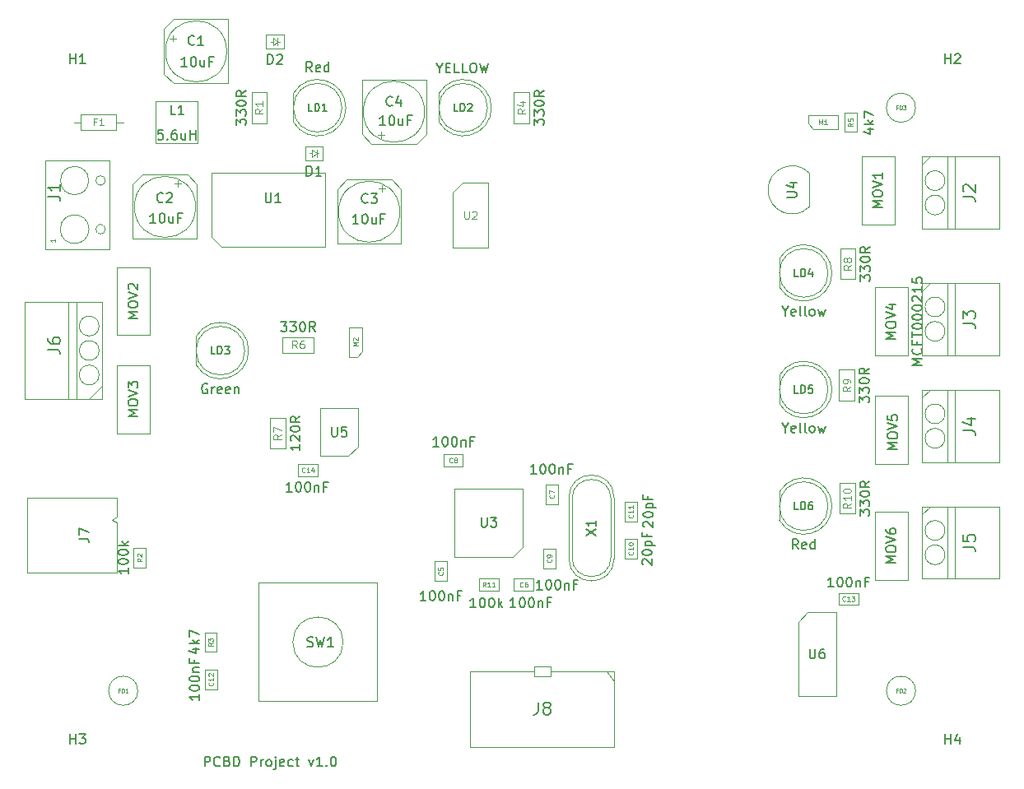
<source format=gbr>
%TF.GenerationSoftware,KiCad,Pcbnew,(5.1.9)-1*%
%TF.CreationDate,2022-11-23T19:56:57+01:00*%
%TF.ProjectId,PCDB_project,50434442-5f70-4726-9f6a-6563742e6b69,rev?*%
%TF.SameCoordinates,Original*%
%TF.FileFunction,Other,Fab,Top*%
%FSLAX46Y46*%
G04 Gerber Fmt 4.6, Leading zero omitted, Abs format (unit mm)*
G04 Created by KiCad (PCBNEW (5.1.9)-1) date 2022-11-23 19:56:57*
%MOMM*%
%LPD*%
G01*
G04 APERTURE LIST*
%ADD10C,0.150000*%
%ADD11C,0.120000*%
%ADD12C,0.100000*%
%ADD13C,0.080000*%
%ADD14C,0.060000*%
%ADD15C,0.108000*%
%ADD16C,0.050800*%
%ADD17C,0.200000*%
%ADD18C,0.075000*%
G04 APERTURE END LIST*
D10*
X18382504Y-77769980D02*
X18382504Y-76769980D01*
X18763457Y-76769980D01*
X18858695Y-76817600D01*
X18906314Y-76865219D01*
X18953933Y-76960457D01*
X18953933Y-77103314D01*
X18906314Y-77198552D01*
X18858695Y-77246171D01*
X18763457Y-77293790D01*
X18382504Y-77293790D01*
X19953933Y-77674742D02*
X19906314Y-77722361D01*
X19763457Y-77769980D01*
X19668219Y-77769980D01*
X19525361Y-77722361D01*
X19430123Y-77627123D01*
X19382504Y-77531885D01*
X19334885Y-77341409D01*
X19334885Y-77198552D01*
X19382504Y-77008076D01*
X19430123Y-76912838D01*
X19525361Y-76817600D01*
X19668219Y-76769980D01*
X19763457Y-76769980D01*
X19906314Y-76817600D01*
X19953933Y-76865219D01*
X20715838Y-77246171D02*
X20858695Y-77293790D01*
X20906314Y-77341409D01*
X20953933Y-77436647D01*
X20953933Y-77579504D01*
X20906314Y-77674742D01*
X20858695Y-77722361D01*
X20763457Y-77769980D01*
X20382504Y-77769980D01*
X20382504Y-76769980D01*
X20715838Y-76769980D01*
X20811076Y-76817600D01*
X20858695Y-76865219D01*
X20906314Y-76960457D01*
X20906314Y-77055695D01*
X20858695Y-77150933D01*
X20811076Y-77198552D01*
X20715838Y-77246171D01*
X20382504Y-77246171D01*
X21382504Y-77769980D02*
X21382504Y-76769980D01*
X21620600Y-76769980D01*
X21763457Y-76817600D01*
X21858695Y-76912838D01*
X21906314Y-77008076D01*
X21953933Y-77198552D01*
X21953933Y-77341409D01*
X21906314Y-77531885D01*
X21858695Y-77627123D01*
X21763457Y-77722361D01*
X21620600Y-77769980D01*
X21382504Y-77769980D01*
X23144409Y-77769980D02*
X23144409Y-76769980D01*
X23525361Y-76769980D01*
X23620600Y-76817600D01*
X23668219Y-76865219D01*
X23715838Y-76960457D01*
X23715838Y-77103314D01*
X23668219Y-77198552D01*
X23620600Y-77246171D01*
X23525361Y-77293790D01*
X23144409Y-77293790D01*
X24144409Y-77769980D02*
X24144409Y-77103314D01*
X24144409Y-77293790D02*
X24192028Y-77198552D01*
X24239647Y-77150933D01*
X24334885Y-77103314D01*
X24430123Y-77103314D01*
X24906314Y-77769980D02*
X24811076Y-77722361D01*
X24763457Y-77674742D01*
X24715838Y-77579504D01*
X24715838Y-77293790D01*
X24763457Y-77198552D01*
X24811076Y-77150933D01*
X24906314Y-77103314D01*
X25049171Y-77103314D01*
X25144409Y-77150933D01*
X25192028Y-77198552D01*
X25239647Y-77293790D01*
X25239647Y-77579504D01*
X25192028Y-77674742D01*
X25144409Y-77722361D01*
X25049171Y-77769980D01*
X24906314Y-77769980D01*
X25668219Y-77103314D02*
X25668219Y-77960457D01*
X25620600Y-78055695D01*
X25525361Y-78103314D01*
X25477742Y-78103314D01*
X25668219Y-76769980D02*
X25620600Y-76817600D01*
X25668219Y-76865219D01*
X25715838Y-76817600D01*
X25668219Y-76769980D01*
X25668219Y-76865219D01*
X26525361Y-77722361D02*
X26430123Y-77769980D01*
X26239647Y-77769980D01*
X26144409Y-77722361D01*
X26096790Y-77627123D01*
X26096790Y-77246171D01*
X26144409Y-77150933D01*
X26239647Y-77103314D01*
X26430123Y-77103314D01*
X26525361Y-77150933D01*
X26572980Y-77246171D01*
X26572980Y-77341409D01*
X26096790Y-77436647D01*
X27430123Y-77722361D02*
X27334885Y-77769980D01*
X27144409Y-77769980D01*
X27049171Y-77722361D01*
X27001552Y-77674742D01*
X26953933Y-77579504D01*
X26953933Y-77293790D01*
X27001552Y-77198552D01*
X27049171Y-77150933D01*
X27144409Y-77103314D01*
X27334885Y-77103314D01*
X27430123Y-77150933D01*
X27715838Y-77103314D02*
X28096790Y-77103314D01*
X27858695Y-76769980D02*
X27858695Y-77627123D01*
X27906314Y-77722361D01*
X28001552Y-77769980D01*
X28096790Y-77769980D01*
X29096790Y-77103314D02*
X29334885Y-77769980D01*
X29572980Y-77103314D01*
X30477742Y-77769980D02*
X29906314Y-77769980D01*
X30192028Y-77769980D02*
X30192028Y-76769980D01*
X30096790Y-76912838D01*
X30001552Y-77008076D01*
X29906314Y-77055695D01*
X30906314Y-77674742D02*
X30953933Y-77722361D01*
X30906314Y-77769980D01*
X30858695Y-77722361D01*
X30906314Y-77674742D01*
X30906314Y-77769980D01*
X31572980Y-76769980D02*
X31668219Y-76769980D01*
X31763457Y-76817600D01*
X31811076Y-76865219D01*
X31858695Y-76960457D01*
X31906314Y-77150933D01*
X31906314Y-77389028D01*
X31858695Y-77579504D01*
X31811076Y-77674742D01*
X31763457Y-77722361D01*
X31668219Y-77769980D01*
X31572980Y-77769980D01*
X31477742Y-77722361D01*
X31430123Y-77674742D01*
X31382504Y-77579504D01*
X31334885Y-77389028D01*
X31334885Y-77150933D01*
X31382504Y-76960457D01*
X31430123Y-76865219D01*
X31477742Y-76817600D01*
X31572980Y-76769980D01*
D11*
%TO.C,J6*%
X4391800Y-39963800D02*
X4391800Y-30007000D01*
X5179200Y-39963800D02*
X5179200Y-30007000D01*
X6474600Y-39938400D02*
X7820800Y-38592200D01*
X-104000Y-39963800D02*
X7820800Y-39963800D01*
X7820800Y-30007000D02*
X7820800Y-39963800D01*
X-104000Y-30007000D02*
X7820800Y-30007000D01*
X-104000Y-39963800D02*
X-104000Y-30007000D01*
X7516000Y-37500000D02*
G75*
G03*
X7516000Y-37500000I-1016000J0D01*
G01*
X7516000Y-34985400D02*
G75*
G03*
X7516000Y-34985400I-1016000J0D01*
G01*
X7516000Y-32470800D02*
G75*
G03*
X7516000Y-32470800I-1016000J0D01*
G01*
D12*
%TO.C,U6*%
X79426000Y-62894000D02*
X80401000Y-61919000D01*
X79426000Y-70569000D02*
X79426000Y-62894000D01*
X83326000Y-70569000D02*
X79426000Y-70569000D01*
X83326000Y-61919000D02*
X83326000Y-70569000D01*
X80401000Y-61919000D02*
X83326000Y-61919000D01*
%TO.C,MOV5*%
X90712000Y-39640000D02*
X87312000Y-39640000D01*
X90712000Y-46640000D02*
X87312000Y-46640000D01*
X90712000Y-39640000D02*
X90712000Y-46640000D01*
X87312000Y-39640000D02*
X87312000Y-46640000D01*
%TO.C,C13*%
X83600000Y-59927000D02*
X85600000Y-59927000D01*
X83600000Y-61177000D02*
X83600000Y-59927000D01*
X85600000Y-61177000D02*
X83600000Y-61177000D01*
X85600000Y-59927000D02*
X85600000Y-61177000D01*
%TO.C,R5*%
X84211000Y-10500000D02*
X85461000Y-10500000D01*
X85461000Y-10500000D02*
X85461000Y-12500000D01*
X85461000Y-12500000D02*
X84211000Y-12500000D01*
X84211000Y-12500000D02*
X84211000Y-10500000D01*
D11*
%TO.C,J8*%
X60502800Y-69011800D02*
X59766200Y-67995800D01*
X53975000Y-67462400D02*
X53975000Y-68478400D01*
X53975000Y-68478400D02*
X52247800Y-68478400D01*
X52247800Y-67462400D02*
X52247800Y-68478400D01*
X52247800Y-67462400D02*
X53975000Y-67462400D01*
X52247800Y-67970400D02*
X45643800Y-67970400D01*
X60528200Y-67970400D02*
X53975000Y-67970400D01*
X45643800Y-75768200D02*
X60528200Y-75768200D01*
X60528200Y-75768200D02*
X60528200Y-67970400D01*
X45643800Y-67970400D02*
X45643800Y-75768200D01*
D12*
%TO.C,X1*%
X60166000Y-56250000D02*
X60166000Y-50250000D01*
X56166000Y-56250000D02*
X56166000Y-50250000D01*
X60491000Y-56375000D02*
X60491000Y-50125000D01*
X55841000Y-56375000D02*
X55841000Y-50125000D01*
X60491000Y-56375000D02*
G75*
G02*
X55841000Y-56375000I-2325000J0D01*
G01*
X60491000Y-50125000D02*
G75*
G03*
X55841000Y-50125000I-2325000J0D01*
G01*
X60166000Y-56250000D02*
G75*
G02*
X56166000Y-56250000I-2000000J0D01*
G01*
X60166000Y-50250000D02*
G75*
G03*
X56166000Y-50250000I-2000000J0D01*
G01*
%TO.C,FD3*%
X91500000Y-10000000D02*
G75*
G03*
X91500000Y-10000000I-1500000J0D01*
G01*
%TO.C,FD2*%
X91500000Y-70000000D02*
G75*
G03*
X91500000Y-70000000I-1500000J0D01*
G01*
%TO.C,FD1*%
X11500000Y-70000000D02*
G75*
G03*
X11500000Y-70000000I-1500000J0D01*
G01*
%TO.C,C1*%
X20650000Y-4200000D02*
G75*
G03*
X20650000Y-4200000I-3150000J0D01*
G01*
X20800000Y-900000D02*
X20800000Y-7500000D01*
X15200000Y-900000D02*
X20800000Y-900000D01*
X15200000Y-7500000D02*
X20800000Y-7500000D01*
X14200000Y-1900000D02*
X14200000Y-6500000D01*
X14200000Y-1900000D02*
X15200000Y-900000D01*
X14200000Y-6500000D02*
X15200000Y-7500000D01*
X14795162Y-2870000D02*
X15425162Y-2870000D01*
X15110162Y-2555000D02*
X15110162Y-3185000D01*
%TO.C,C2*%
X17450000Y-20200000D02*
G75*
G03*
X17450000Y-20200000I-3150000J0D01*
G01*
X17600000Y-23500000D02*
X11000000Y-23500000D01*
X17600000Y-17900000D02*
X17600000Y-23500000D01*
X11000000Y-17900000D02*
X11000000Y-23500000D01*
X16600000Y-16900000D02*
X12000000Y-16900000D01*
X16600000Y-16900000D02*
X17600000Y-17900000D01*
X12000000Y-16900000D02*
X11000000Y-17900000D01*
X15630000Y-17495162D02*
X15630000Y-18125162D01*
X15945000Y-17810162D02*
X15315000Y-17810162D01*
%TO.C,C3*%
X36945000Y-18310162D02*
X36315000Y-18310162D01*
X36630000Y-17995162D02*
X36630000Y-18625162D01*
X33000000Y-17400000D02*
X32000000Y-18400000D01*
X37600000Y-17400000D02*
X38600000Y-18400000D01*
X37600000Y-17400000D02*
X33000000Y-17400000D01*
X32000000Y-18400000D02*
X32000000Y-24000000D01*
X38600000Y-18400000D02*
X38600000Y-24000000D01*
X38600000Y-24000000D02*
X32000000Y-24000000D01*
X38450000Y-20700000D02*
G75*
G03*
X38450000Y-20700000I-3150000J0D01*
G01*
%TO.C,C4*%
X36201000Y-12803838D02*
X36831000Y-12803838D01*
X36516000Y-13118838D02*
X36516000Y-12488838D01*
X40146000Y-13714000D02*
X41146000Y-12714000D01*
X35546000Y-13714000D02*
X34546000Y-12714000D01*
X35546000Y-13714000D02*
X40146000Y-13714000D01*
X41146000Y-12714000D02*
X41146000Y-7114000D01*
X34546000Y-12714000D02*
X34546000Y-7114000D01*
X34546000Y-7114000D02*
X41146000Y-7114000D01*
X40996000Y-10414000D02*
G75*
G03*
X40996000Y-10414000I-3150000J0D01*
G01*
%TO.C,C5*%
X43297000Y-58700000D02*
X42047000Y-58700000D01*
X42047000Y-58700000D02*
X42047000Y-56700000D01*
X42047000Y-56700000D02*
X43297000Y-56700000D01*
X43297000Y-56700000D02*
X43297000Y-58700000D01*
%TO.C,C6*%
X50200000Y-58475000D02*
X52200000Y-58475000D01*
X50200000Y-59725000D02*
X50200000Y-58475000D01*
X52200000Y-59725000D02*
X50200000Y-59725000D01*
X52200000Y-58475000D02*
X52200000Y-59725000D01*
%TO.C,C7*%
X53477000Y-50784000D02*
X53477000Y-48784000D01*
X54727000Y-50784000D02*
X53477000Y-50784000D01*
X54727000Y-48784000D02*
X54727000Y-50784000D01*
X53477000Y-48784000D02*
X54727000Y-48784000D01*
%TO.C,C8*%
X42942000Y-46925000D02*
X42942000Y-45675000D01*
X42942000Y-45675000D02*
X44942000Y-45675000D01*
X44942000Y-45675000D02*
X44942000Y-46925000D01*
X44942000Y-46925000D02*
X42942000Y-46925000D01*
%TO.C,C9*%
X53223000Y-57388000D02*
X53223000Y-55388000D01*
X54473000Y-57388000D02*
X53223000Y-57388000D01*
X54473000Y-55388000D02*
X54473000Y-57388000D01*
X53223000Y-55388000D02*
X54473000Y-55388000D01*
%TO.C,C10*%
X62855000Y-56372000D02*
X61605000Y-56372000D01*
X61605000Y-56372000D02*
X61605000Y-54372000D01*
X61605000Y-54372000D02*
X62855000Y-54372000D01*
X62855000Y-54372000D02*
X62855000Y-56372000D01*
%TO.C,C11*%
X61605000Y-52562000D02*
X61605000Y-50562000D01*
X62855000Y-52562000D02*
X61605000Y-52562000D01*
X62855000Y-50562000D02*
X62855000Y-52562000D01*
X61605000Y-50562000D02*
X62855000Y-50562000D01*
%TO.C,C12*%
X18425000Y-67834000D02*
X19675000Y-67834000D01*
X19675000Y-67834000D02*
X19675000Y-69834000D01*
X19675000Y-69834000D02*
X18425000Y-69834000D01*
X18425000Y-69834000D02*
X18425000Y-67834000D01*
%TO.C,C14*%
X30000000Y-46675000D02*
X30000000Y-47925000D01*
X30000000Y-47925000D02*
X28000000Y-47925000D01*
X28000000Y-47925000D02*
X28000000Y-46675000D01*
X28000000Y-46675000D02*
X30000000Y-46675000D01*
%TO.C,D1*%
X30500000Y-15400000D02*
X28700000Y-15400000D01*
X28700000Y-15400000D02*
X28700000Y-14000000D01*
X28700000Y-14000000D02*
X30500000Y-14000000D01*
X30500000Y-14000000D02*
X30500000Y-15400000D01*
X29900000Y-15050000D02*
X29900000Y-14350000D01*
X29900000Y-14700000D02*
X30100000Y-14700000D01*
X29900000Y-14700000D02*
X29400000Y-15050000D01*
X29400000Y-15050000D02*
X29400000Y-14350000D01*
X29400000Y-14350000D02*
X29900000Y-14700000D01*
X29400000Y-14700000D02*
X29150000Y-14700000D01*
%TO.C,D2*%
X25400000Y-3200000D02*
X25150000Y-3200000D01*
X25400000Y-2850000D02*
X25900000Y-3200000D01*
X25400000Y-3550000D02*
X25400000Y-2850000D01*
X25900000Y-3200000D02*
X25400000Y-3550000D01*
X25900000Y-3200000D02*
X26100000Y-3200000D01*
X25900000Y-3550000D02*
X25900000Y-2850000D01*
X26500000Y-2500000D02*
X26500000Y-3900000D01*
X24700000Y-2500000D02*
X26500000Y-2500000D01*
X24700000Y-3900000D02*
X24700000Y-2500000D01*
X26500000Y-3900000D02*
X24700000Y-3900000D01*
%TO.C,F1*%
X4920000Y-11500000D02*
X5660000Y-11500000D01*
X10000000Y-11500000D02*
X9260000Y-11500000D01*
X5660000Y-12300000D02*
X9260000Y-12300000D01*
X5660000Y-10700000D02*
X5660000Y-12300000D01*
X9260000Y-10700000D02*
X5660000Y-10700000D01*
X9260000Y-12300000D02*
X9260000Y-10700000D01*
D11*
%TO.C,J1*%
X6473200Y-22500000D02*
G75*
G03*
X6473200Y-22500000I-1473200J0D01*
G01*
X6448691Y-17496200D02*
G75*
G03*
X6448691Y-17496200I-1448691J0D01*
G01*
X1952000Y-24532000D02*
X8556000Y-24532000D01*
X8556000Y-24532000D02*
X8556000Y-15388000D01*
X8556000Y-15388000D02*
X1952000Y-15388000D01*
X1952000Y-15388000D02*
X1952000Y-24532000D01*
X1952000Y-24532000D02*
X1952000Y-24024000D01*
X8155579Y-17496200D02*
G75*
G03*
X8155579Y-17496200I-488579J0D01*
G01*
X8155579Y-22500000D02*
G75*
G03*
X8155579Y-22500000I-488579J0D01*
G01*
%TO.C,J2*%
X94516000Y-17500000D02*
G75*
G03*
X94516000Y-17500000I-1016000J0D01*
G01*
X94516000Y-20014600D02*
G75*
G03*
X94516000Y-20014600I-1016000J0D01*
G01*
X92179200Y-22478400D02*
X92179200Y-15036200D01*
X100104000Y-22478400D02*
X92179200Y-22478400D01*
X100104000Y-15036200D02*
X100104000Y-22478400D01*
X100104000Y-15036200D02*
X92179200Y-15036200D01*
X92179200Y-15849000D02*
X92966600Y-15036200D01*
X94744600Y-15061600D02*
X94744600Y-22478400D01*
X95506600Y-15061600D02*
X95506600Y-22453000D01*
%TO.C,J3*%
X95506600Y-28061600D02*
X95506600Y-35453000D01*
X94744600Y-28061600D02*
X94744600Y-35478400D01*
X92179200Y-28849000D02*
X92966600Y-28036200D01*
X100104000Y-28036200D02*
X92179200Y-28036200D01*
X100104000Y-28036200D02*
X100104000Y-35478400D01*
X100104000Y-35478400D02*
X92179200Y-35478400D01*
X92179200Y-35478400D02*
X92179200Y-28036200D01*
X94516000Y-33014600D02*
G75*
G03*
X94516000Y-33014600I-1016000J0D01*
G01*
X94516000Y-30500000D02*
G75*
G03*
X94516000Y-30500000I-1016000J0D01*
G01*
%TO.C,J4*%
X94516000Y-41500000D02*
G75*
G03*
X94516000Y-41500000I-1016000J0D01*
G01*
X94516000Y-44014600D02*
G75*
G03*
X94516000Y-44014600I-1016000J0D01*
G01*
X92179200Y-46478400D02*
X92179200Y-39036200D01*
X100104000Y-46478400D02*
X92179200Y-46478400D01*
X100104000Y-39036200D02*
X100104000Y-46478400D01*
X100104000Y-39036200D02*
X92179200Y-39036200D01*
X92179200Y-39849000D02*
X92966600Y-39036200D01*
X94744600Y-39061600D02*
X94744600Y-46478400D01*
X95506600Y-39061600D02*
X95506600Y-46453000D01*
%TO.C,J5*%
X95506600Y-51061600D02*
X95506600Y-58453000D01*
X94744600Y-51061600D02*
X94744600Y-58478400D01*
X92179200Y-51849000D02*
X92966600Y-51036200D01*
X100104000Y-51036200D02*
X92179200Y-51036200D01*
X100104000Y-51036200D02*
X100104000Y-58478400D01*
X100104000Y-58478400D02*
X92179200Y-58478400D01*
X92179200Y-58478400D02*
X92179200Y-51036200D01*
X94516000Y-56014600D02*
G75*
G03*
X94516000Y-56014600I-1016000J0D01*
G01*
X94516000Y-53500000D02*
G75*
G03*
X94516000Y-53500000I-1016000J0D01*
G01*
D12*
%TO.C,J7*%
X9350000Y-52700000D02*
X9350000Y-57850000D01*
X8850000Y-52400000D02*
X9350000Y-52700000D01*
X9350000Y-52100000D02*
X8850000Y-52400000D01*
X100000Y-50150000D02*
X9350000Y-50150000D01*
X100000Y-57850000D02*
X100000Y-50150000D01*
X9350000Y-57850000D02*
X100000Y-57850000D01*
X9350000Y-50150000D02*
X9350000Y-52100000D01*
D11*
%TO.C,L1*%
X17659000Y-9341000D02*
X13341000Y-9341000D01*
X17659000Y-13659000D02*
X17659000Y-9341000D01*
X13341000Y-13659000D02*
X17659000Y-13659000D01*
X13341000Y-9341000D02*
X13341000Y-13659000D01*
D12*
%TO.C,LD1*%
X32500000Y-10000000D02*
G75*
G03*
X32500000Y-10000000I-2500000J0D01*
G01*
X27500000Y-8530306D02*
X27500000Y-11469694D01*
X27499984Y-11469666D02*
G75*
G03*
X27500000Y-8530306I2500016J1469666D01*
G01*
%TO.C,LD2*%
X42470000Y-8530306D02*
X42470000Y-11469694D01*
X47470000Y-10000000D02*
G75*
G03*
X47470000Y-10000000I-2500000J0D01*
G01*
X42469984Y-11469666D02*
G75*
G03*
X42470000Y-8530306I2500016J1469666D01*
G01*
%TO.C,LD3*%
X22500000Y-35000000D02*
G75*
G03*
X22500000Y-35000000I-2500000J0D01*
G01*
X17500000Y-33530306D02*
X17500000Y-36469694D01*
X17499984Y-36469666D02*
G75*
G03*
X17500000Y-33530306I2500016J1469666D01*
G01*
%TO.C,LD4*%
X77500000Y-25530306D02*
X77500000Y-28469694D01*
X82500000Y-27000000D02*
G75*
G03*
X82500000Y-27000000I-2500000J0D01*
G01*
X77499984Y-28469666D02*
G75*
G03*
X77500000Y-25530306I2500016J1469666D01*
G01*
%TO.C,LD5*%
X77500000Y-37530306D02*
X77500000Y-40469694D01*
X82500000Y-39000000D02*
G75*
G03*
X82500000Y-39000000I-2500000J0D01*
G01*
X77499984Y-40469666D02*
G75*
G03*
X77500000Y-37530306I2500016J1469666D01*
G01*
%TO.C,LD6*%
X82500000Y-51000000D02*
G75*
G03*
X82500000Y-51000000I-2500000J0D01*
G01*
X77500000Y-49530306D02*
X77500000Y-52469694D01*
X77499984Y-52469666D02*
G75*
G03*
X77500000Y-49530306I2500016J1469666D01*
G01*
%TO.C,M1*%
X81018000Y-12200000D02*
X83468000Y-12200000D01*
X80448000Y-11650000D02*
X80448000Y-10800000D01*
X81018000Y-12200000D02*
X80448000Y-11650000D01*
X80448000Y-10800000D02*
X83488000Y-10800000D01*
X83488000Y-12200000D02*
X83488000Y-10800000D01*
%TO.C,M2*%
X34600000Y-32580000D02*
X33200000Y-32580000D01*
X33200000Y-35620000D02*
X33200000Y-32580000D01*
X34600000Y-35050000D02*
X34050000Y-35620000D01*
X34050000Y-35620000D02*
X33200000Y-35620000D01*
X34600000Y-35050000D02*
X34600000Y-32600000D01*
%TO.C,MOV1*%
X85950000Y-15000000D02*
X85950000Y-22000000D01*
X89350000Y-15000000D02*
X89350000Y-22000000D01*
X89350000Y-22000000D02*
X85950000Y-22000000D01*
X89350000Y-15000000D02*
X85950000Y-15000000D01*
%TO.C,MOV2*%
X9350000Y-33400000D02*
X12750000Y-33400000D01*
X9350000Y-26400000D02*
X12750000Y-26400000D01*
X9350000Y-33400000D02*
X9350000Y-26400000D01*
X12750000Y-33400000D02*
X12750000Y-26400000D01*
%TO.C,MOV3*%
X9350000Y-36500000D02*
X9350000Y-43500000D01*
X12750000Y-36500000D02*
X12750000Y-43500000D01*
X12750000Y-43500000D02*
X9350000Y-43500000D01*
X12750000Y-36500000D02*
X9350000Y-36500000D01*
%TO.C,MOV4*%
X90712000Y-28500000D02*
X87312000Y-28500000D01*
X90712000Y-35500000D02*
X87312000Y-35500000D01*
X90712000Y-28500000D02*
X90712000Y-35500000D01*
X87312000Y-28500000D02*
X87312000Y-35500000D01*
%TO.C,MOV6*%
X87312000Y-51578000D02*
X87312000Y-58578000D01*
X90712000Y-51578000D02*
X90712000Y-58578000D01*
X90712000Y-58578000D02*
X87312000Y-58578000D01*
X90712000Y-51578000D02*
X87312000Y-51578000D01*
%TO.C,R1*%
X23200000Y-11600000D02*
X23200000Y-8400000D01*
X24800000Y-11600000D02*
X23200000Y-11600000D01*
X24800000Y-8400000D02*
X24800000Y-11600000D01*
X23200000Y-8400000D02*
X24800000Y-8400000D01*
%TO.C,R2*%
X11075000Y-57300000D02*
X11075000Y-55300000D01*
X12325000Y-57300000D02*
X11075000Y-57300000D01*
X12325000Y-55300000D02*
X12325000Y-57300000D01*
X11075000Y-55300000D02*
X12325000Y-55300000D01*
%TO.C,R3*%
X18375000Y-66000000D02*
X18375000Y-64000000D01*
X19625000Y-66000000D02*
X18375000Y-66000000D01*
X19625000Y-64000000D02*
X19625000Y-66000000D01*
X18375000Y-64000000D02*
X19625000Y-64000000D01*
%TO.C,R4*%
X51800000Y-11600000D02*
X50200000Y-11600000D01*
X50200000Y-11600000D02*
X50200000Y-8400000D01*
X50200000Y-8400000D02*
X51800000Y-8400000D01*
X51800000Y-8400000D02*
X51800000Y-11600000D01*
%TO.C,R6*%
X29600000Y-33600000D02*
X29600000Y-35200000D01*
X29600000Y-35200000D02*
X26400000Y-35200000D01*
X26400000Y-35200000D02*
X26400000Y-33600000D01*
X26400000Y-33600000D02*
X29600000Y-33600000D01*
%TO.C,R7*%
X26700000Y-41900000D02*
X26700000Y-45100000D01*
X25100000Y-41900000D02*
X26700000Y-41900000D01*
X25100000Y-45100000D02*
X25100000Y-41900000D01*
X26700000Y-45100000D02*
X25100000Y-45100000D01*
%TO.C,R8*%
X85332000Y-24456000D02*
X85332000Y-27656000D01*
X83732000Y-24456000D02*
X85332000Y-24456000D01*
X83732000Y-27656000D02*
X83732000Y-24456000D01*
X85332000Y-27656000D02*
X83732000Y-27656000D01*
%TO.C,R9*%
X85240000Y-40156000D02*
X83640000Y-40156000D01*
X83640000Y-40156000D02*
X83640000Y-36956000D01*
X83640000Y-36956000D02*
X85240000Y-36956000D01*
X85240000Y-36956000D02*
X85240000Y-40156000D01*
%TO.C,R10*%
X85302000Y-48586000D02*
X85302000Y-51786000D01*
X83702000Y-48586000D02*
X85302000Y-48586000D01*
X83702000Y-51786000D02*
X83702000Y-48586000D01*
X85302000Y-51786000D02*
X83702000Y-51786000D01*
%TO.C,R11*%
X48600000Y-58475000D02*
X48600000Y-59725000D01*
X48600000Y-59725000D02*
X46600000Y-59725000D01*
X46600000Y-59725000D02*
X46600000Y-58475000D01*
X46600000Y-58475000D02*
X48600000Y-58475000D01*
D11*
%TO.C,SW1*%
X32616200Y-64995800D02*
G75*
G03*
X32616200Y-64995800I-2586563J0D01*
G01*
X23878600Y-58874400D02*
X36096000Y-58874400D01*
X36096000Y-71091800D02*
X36096000Y-58874400D01*
X23878600Y-71091800D02*
X36096000Y-71091800D01*
X23878600Y-58874400D02*
X23878600Y-71091800D01*
D12*
%TO.C,U1*%
X20100000Y-24300000D02*
X30800000Y-24300000D01*
X19100000Y-16700000D02*
X30800000Y-16700000D01*
X30800000Y-24300000D02*
X30800000Y-16700000D01*
X19100000Y-23300000D02*
X19100000Y-16700000D01*
X19100000Y-23300000D02*
X20100000Y-24300000D01*
%TO.C,U2*%
X47570000Y-17732000D02*
X47570000Y-24432000D01*
X43870000Y-24432000D02*
X47570000Y-24432000D01*
X44870000Y-17732000D02*
X47570000Y-17732000D01*
X43870000Y-18732000D02*
X43870000Y-24432000D01*
X43870000Y-18732000D02*
X44870000Y-17732000D01*
%TO.C,U3*%
X50100000Y-56200000D02*
X44100000Y-56200000D01*
X44100000Y-56200000D02*
X44100000Y-49200000D01*
X44100000Y-49200000D02*
X51100000Y-49200000D01*
X51100000Y-49200000D02*
X51100000Y-55200000D01*
X51100000Y-55200000D02*
X50100000Y-56200000D01*
%TO.C,U4*%
X80550000Y-20200000D02*
X80550000Y-16700000D01*
X80553625Y-16706375D02*
G75*
G03*
X76320000Y-18460000I-1753625J-1753625D01*
G01*
X80553625Y-20213625D02*
G75*
G02*
X76320000Y-18460000I-1753625J1753625D01*
G01*
%TO.C,U5*%
X34150000Y-44875000D02*
X33175000Y-45850000D01*
X34150000Y-40950000D02*
X34150000Y-44875000D01*
X30250000Y-40950000D02*
X34150000Y-40950000D01*
X30250000Y-45850000D02*
X30250000Y-40950000D01*
X33175000Y-45850000D02*
X30250000Y-45850000D01*
%TD*%
%TO.C,J6*%
D10*
X2248523Y-34875333D02*
X3155666Y-34875333D01*
X3337095Y-34935809D01*
X3458047Y-35056761D01*
X3518523Y-35238190D01*
X3518523Y-35359142D01*
X2248523Y-33726285D02*
X2248523Y-33968190D01*
X2309000Y-34089142D01*
X2369476Y-34149619D01*
X2550904Y-34270571D01*
X2792809Y-34331047D01*
X3276619Y-34331047D01*
X3397571Y-34270571D01*
X3458047Y-34210095D01*
X3518523Y-34089142D01*
X3518523Y-33847238D01*
X3458047Y-33726285D01*
X3397571Y-33665809D01*
X3276619Y-33605333D01*
X2974238Y-33605333D01*
X2853285Y-33665809D01*
X2792809Y-33726285D01*
X2732333Y-33847238D01*
X2732333Y-34089142D01*
X2792809Y-34210095D01*
X2853285Y-34270571D01*
X2974238Y-34331047D01*
%TO.C,U6*%
X80629333Y-65707333D02*
X80629333Y-66500666D01*
X80676000Y-66594000D01*
X80722666Y-66640666D01*
X80816000Y-66687333D01*
X81002666Y-66687333D01*
X81096000Y-66640666D01*
X81142666Y-66594000D01*
X81189333Y-66500666D01*
X81189333Y-65707333D01*
X82076000Y-65707333D02*
X81889333Y-65707333D01*
X81796000Y-65754000D01*
X81749333Y-65800666D01*
X81656000Y-65940666D01*
X81609333Y-66127333D01*
X81609333Y-66500666D01*
X81656000Y-66594000D01*
X81702666Y-66640666D01*
X81796000Y-66687333D01*
X81982666Y-66687333D01*
X82076000Y-66640666D01*
X82122666Y-66594000D01*
X82169333Y-66500666D01*
X82169333Y-66267333D01*
X82122666Y-66174000D01*
X82076000Y-66127333D01*
X81982666Y-66080666D01*
X81796000Y-66080666D01*
X81702666Y-66127333D01*
X81656000Y-66174000D01*
X81609333Y-66267333D01*
%TO.C,MOV5*%
X89631780Y-45170504D02*
X88631780Y-45170504D01*
X89346066Y-44837171D01*
X88631780Y-44503838D01*
X89631780Y-44503838D01*
X88631780Y-43837171D02*
X88631780Y-43646695D01*
X88679400Y-43551457D01*
X88774638Y-43456219D01*
X88965114Y-43408600D01*
X89298447Y-43408600D01*
X89488923Y-43456219D01*
X89584161Y-43551457D01*
X89631780Y-43646695D01*
X89631780Y-43837171D01*
X89584161Y-43932409D01*
X89488923Y-44027647D01*
X89298447Y-44075266D01*
X88965114Y-44075266D01*
X88774638Y-44027647D01*
X88679400Y-43932409D01*
X88631780Y-43837171D01*
X88631780Y-43122885D02*
X89631780Y-42789552D01*
X88631780Y-42456219D01*
X88631780Y-41646695D02*
X88631780Y-42122885D01*
X89107971Y-42170504D01*
X89060352Y-42122885D01*
X89012733Y-42027647D01*
X89012733Y-41789552D01*
X89060352Y-41694314D01*
X89107971Y-41646695D01*
X89203209Y-41599076D01*
X89441304Y-41599076D01*
X89536542Y-41646695D01*
X89584161Y-41694314D01*
X89631780Y-41789552D01*
X89631780Y-42027647D01*
X89584161Y-42122885D01*
X89536542Y-42170504D01*
%TO.C,C13*%
X83052380Y-59324380D02*
X82480952Y-59324380D01*
X82766666Y-59324380D02*
X82766666Y-58324380D01*
X82671428Y-58467238D01*
X82576190Y-58562476D01*
X82480952Y-58610095D01*
X83671428Y-58324380D02*
X83766666Y-58324380D01*
X83861904Y-58372000D01*
X83909523Y-58419619D01*
X83957142Y-58514857D01*
X84004761Y-58705333D01*
X84004761Y-58943428D01*
X83957142Y-59133904D01*
X83909523Y-59229142D01*
X83861904Y-59276761D01*
X83766666Y-59324380D01*
X83671428Y-59324380D01*
X83576190Y-59276761D01*
X83528571Y-59229142D01*
X83480952Y-59133904D01*
X83433333Y-58943428D01*
X83433333Y-58705333D01*
X83480952Y-58514857D01*
X83528571Y-58419619D01*
X83576190Y-58372000D01*
X83671428Y-58324380D01*
X84623809Y-58324380D02*
X84719047Y-58324380D01*
X84814285Y-58372000D01*
X84861904Y-58419619D01*
X84909523Y-58514857D01*
X84957142Y-58705333D01*
X84957142Y-58943428D01*
X84909523Y-59133904D01*
X84861904Y-59229142D01*
X84814285Y-59276761D01*
X84719047Y-59324380D01*
X84623809Y-59324380D01*
X84528571Y-59276761D01*
X84480952Y-59229142D01*
X84433333Y-59133904D01*
X84385714Y-58943428D01*
X84385714Y-58705333D01*
X84433333Y-58514857D01*
X84480952Y-58419619D01*
X84528571Y-58372000D01*
X84623809Y-58324380D01*
X85385714Y-58657714D02*
X85385714Y-59324380D01*
X85385714Y-58752952D02*
X85433333Y-58705333D01*
X85528571Y-58657714D01*
X85671428Y-58657714D01*
X85766666Y-58705333D01*
X85814285Y-58800571D01*
X85814285Y-59324380D01*
X86623809Y-58800571D02*
X86290476Y-58800571D01*
X86290476Y-59324380D02*
X86290476Y-58324380D01*
X86766666Y-58324380D01*
D13*
X84278571Y-60730571D02*
X84254761Y-60754380D01*
X84183333Y-60778190D01*
X84135714Y-60778190D01*
X84064285Y-60754380D01*
X84016666Y-60706761D01*
X83992857Y-60659142D01*
X83969047Y-60563904D01*
X83969047Y-60492476D01*
X83992857Y-60397238D01*
X84016666Y-60349619D01*
X84064285Y-60302000D01*
X84135714Y-60278190D01*
X84183333Y-60278190D01*
X84254761Y-60302000D01*
X84278571Y-60325809D01*
X84754761Y-60778190D02*
X84469047Y-60778190D01*
X84611904Y-60778190D02*
X84611904Y-60278190D01*
X84564285Y-60349619D01*
X84516666Y-60397238D01*
X84469047Y-60421047D01*
X84921428Y-60278190D02*
X85230952Y-60278190D01*
X85064285Y-60468666D01*
X85135714Y-60468666D01*
X85183333Y-60492476D01*
X85207142Y-60516285D01*
X85230952Y-60563904D01*
X85230952Y-60682952D01*
X85207142Y-60730571D01*
X85183333Y-60754380D01*
X85135714Y-60778190D01*
X84992857Y-60778190D01*
X84945238Y-60754380D01*
X84921428Y-60730571D01*
%TO.C,R5*%
D10*
X86526714Y-12222076D02*
X87193380Y-12222076D01*
X86145761Y-12460171D02*
X86860047Y-12698266D01*
X86860047Y-12079219D01*
X87193380Y-11698266D02*
X86193380Y-11698266D01*
X86812428Y-11603028D02*
X87193380Y-11317314D01*
X86526714Y-11317314D02*
X86907666Y-11698266D01*
X86193380Y-10983980D02*
X86193380Y-10317314D01*
X87193380Y-10745885D01*
D13*
X85062190Y-11583333D02*
X84824095Y-11750000D01*
X85062190Y-11869047D02*
X84562190Y-11869047D01*
X84562190Y-11678571D01*
X84586000Y-11630952D01*
X84609809Y-11607142D01*
X84657428Y-11583333D01*
X84728857Y-11583333D01*
X84776476Y-11607142D01*
X84800285Y-11630952D01*
X84824095Y-11678571D01*
X84824095Y-11869047D01*
X84562190Y-11130952D02*
X84562190Y-11369047D01*
X84800285Y-11392857D01*
X84776476Y-11369047D01*
X84752666Y-11321428D01*
X84752666Y-11202380D01*
X84776476Y-11154761D01*
X84800285Y-11130952D01*
X84847904Y-11107142D01*
X84966952Y-11107142D01*
X85014571Y-11130952D01*
X85038380Y-11154761D01*
X85062190Y-11202380D01*
X85062190Y-11321428D01*
X85038380Y-11369047D01*
X85014571Y-11392857D01*
%TO.C,J8*%
D10*
X52662666Y-71186523D02*
X52662666Y-72093666D01*
X52602190Y-72275095D01*
X52481238Y-72396047D01*
X52299809Y-72456523D01*
X52178857Y-72456523D01*
X53448857Y-71730809D02*
X53327904Y-71670333D01*
X53267428Y-71609857D01*
X53206952Y-71488904D01*
X53206952Y-71428428D01*
X53267428Y-71307476D01*
X53327904Y-71247000D01*
X53448857Y-71186523D01*
X53690761Y-71186523D01*
X53811714Y-71247000D01*
X53872190Y-71307476D01*
X53932666Y-71428428D01*
X53932666Y-71488904D01*
X53872190Y-71609857D01*
X53811714Y-71670333D01*
X53690761Y-71730809D01*
X53448857Y-71730809D01*
X53327904Y-71791285D01*
X53267428Y-71851761D01*
X53206952Y-71972714D01*
X53206952Y-72214619D01*
X53267428Y-72335571D01*
X53327904Y-72396047D01*
X53448857Y-72456523D01*
X53690761Y-72456523D01*
X53811714Y-72396047D01*
X53872190Y-72335571D01*
X53932666Y-72214619D01*
X53932666Y-71972714D01*
X53872190Y-71851761D01*
X53811714Y-71791285D01*
X53690761Y-71730809D01*
%TO.C,X1*%
X57618380Y-54059523D02*
X58618380Y-53392857D01*
X57618380Y-53392857D02*
X58618380Y-54059523D01*
X58618380Y-52488095D02*
X58618380Y-53059523D01*
X58618380Y-52773809D02*
X57618380Y-52773809D01*
X57761238Y-52869047D01*
X57856476Y-52964285D01*
X57904095Y-53059523D01*
%TO.C,FD3*%
D14*
X89666666Y-9971428D02*
X89533333Y-9971428D01*
X89533333Y-10180952D02*
X89533333Y-9780952D01*
X89723809Y-9780952D01*
X89876190Y-10180952D02*
X89876190Y-9780952D01*
X89971428Y-9780952D01*
X90028571Y-9800000D01*
X90066666Y-9838095D01*
X90085714Y-9876190D01*
X90104761Y-9952380D01*
X90104761Y-10009523D01*
X90085714Y-10085714D01*
X90066666Y-10123809D01*
X90028571Y-10161904D01*
X89971428Y-10180952D01*
X89876190Y-10180952D01*
X90238095Y-9780952D02*
X90485714Y-9780952D01*
X90352380Y-9933333D01*
X90409523Y-9933333D01*
X90447619Y-9952380D01*
X90466666Y-9971428D01*
X90485714Y-10009523D01*
X90485714Y-10104761D01*
X90466666Y-10142857D01*
X90447619Y-10161904D01*
X90409523Y-10180952D01*
X90295238Y-10180952D01*
X90257142Y-10161904D01*
X90238095Y-10142857D01*
%TO.C,FD2*%
X89666666Y-69971428D02*
X89533333Y-69971428D01*
X89533333Y-70180952D02*
X89533333Y-69780952D01*
X89723809Y-69780952D01*
X89876190Y-70180952D02*
X89876190Y-69780952D01*
X89971428Y-69780952D01*
X90028571Y-69800000D01*
X90066666Y-69838095D01*
X90085714Y-69876190D01*
X90104761Y-69952380D01*
X90104761Y-70009523D01*
X90085714Y-70085714D01*
X90066666Y-70123809D01*
X90028571Y-70161904D01*
X89971428Y-70180952D01*
X89876190Y-70180952D01*
X90257142Y-69819047D02*
X90276190Y-69800000D01*
X90314285Y-69780952D01*
X90409523Y-69780952D01*
X90447619Y-69800000D01*
X90466666Y-69819047D01*
X90485714Y-69857142D01*
X90485714Y-69895238D01*
X90466666Y-69952380D01*
X90238095Y-70180952D01*
X90485714Y-70180952D01*
%TO.C,FD1*%
X9666666Y-69971428D02*
X9533333Y-69971428D01*
X9533333Y-70180952D02*
X9533333Y-69780952D01*
X9723809Y-69780952D01*
X9876190Y-70180952D02*
X9876190Y-69780952D01*
X9971428Y-69780952D01*
X10028571Y-69800000D01*
X10066666Y-69838095D01*
X10085714Y-69876190D01*
X10104761Y-69952380D01*
X10104761Y-70009523D01*
X10085714Y-70085714D01*
X10066666Y-70123809D01*
X10028571Y-70161904D01*
X9971428Y-70180952D01*
X9876190Y-70180952D01*
X10485714Y-70180952D02*
X10257142Y-70180952D01*
X10371428Y-70180952D02*
X10371428Y-69780952D01*
X10333333Y-69838095D01*
X10295238Y-69876190D01*
X10257142Y-69895238D01*
%TO.C,H2*%
D10*
X94538095Y-5452380D02*
X94538095Y-4452380D01*
X94538095Y-4928571D02*
X95109523Y-4928571D01*
X95109523Y-5452380D02*
X95109523Y-4452380D01*
X95538095Y-4547619D02*
X95585714Y-4500000D01*
X95680952Y-4452380D01*
X95919047Y-4452380D01*
X96014285Y-4500000D01*
X96061904Y-4547619D01*
X96109523Y-4642857D01*
X96109523Y-4738095D01*
X96061904Y-4880952D01*
X95490476Y-5452380D01*
X96109523Y-5452380D01*
%TO.C,H4*%
X94538095Y-75452380D02*
X94538095Y-74452380D01*
X94538095Y-74928571D02*
X95109523Y-74928571D01*
X95109523Y-75452380D02*
X95109523Y-74452380D01*
X96014285Y-74785714D02*
X96014285Y-75452380D01*
X95776190Y-74404761D02*
X95538095Y-75119047D01*
X96157142Y-75119047D01*
%TO.C,H3*%
X4538095Y-75452380D02*
X4538095Y-74452380D01*
X4538095Y-74928571D02*
X5109523Y-74928571D01*
X5109523Y-75452380D02*
X5109523Y-74452380D01*
X5490476Y-74452380D02*
X6109523Y-74452380D01*
X5776190Y-74833333D01*
X5919047Y-74833333D01*
X6014285Y-74880952D01*
X6061904Y-74928571D01*
X6109523Y-75023809D01*
X6109523Y-75261904D01*
X6061904Y-75357142D01*
X6014285Y-75404761D01*
X5919047Y-75452380D01*
X5633333Y-75452380D01*
X5538095Y-75404761D01*
X5490476Y-75357142D01*
%TO.C,H1*%
X4538095Y-5452380D02*
X4538095Y-4452380D01*
X4538095Y-4928571D02*
X5109523Y-4928571D01*
X5109523Y-5452380D02*
X5109523Y-4452380D01*
X6109523Y-5452380D02*
X5538095Y-5452380D01*
X5823809Y-5452380D02*
X5823809Y-4452380D01*
X5728571Y-4595238D01*
X5633333Y-4690476D01*
X5538095Y-4738095D01*
%TO.C,C1*%
X16556171Y-5760980D02*
X15984742Y-5760980D01*
X16270457Y-5760980D02*
X16270457Y-4760980D01*
X16175219Y-4903838D01*
X16079980Y-4999076D01*
X15984742Y-5046695D01*
X17175219Y-4760980D02*
X17270457Y-4760980D01*
X17365695Y-4808600D01*
X17413314Y-4856219D01*
X17460933Y-4951457D01*
X17508552Y-5141933D01*
X17508552Y-5380028D01*
X17460933Y-5570504D01*
X17413314Y-5665742D01*
X17365695Y-5713361D01*
X17270457Y-5760980D01*
X17175219Y-5760980D01*
X17079980Y-5713361D01*
X17032361Y-5665742D01*
X16984742Y-5570504D01*
X16937123Y-5380028D01*
X16937123Y-5141933D01*
X16984742Y-4951457D01*
X17032361Y-4856219D01*
X17079980Y-4808600D01*
X17175219Y-4760980D01*
X18365695Y-5094314D02*
X18365695Y-5760980D01*
X17937123Y-5094314D02*
X17937123Y-5618123D01*
X17984742Y-5713361D01*
X18079980Y-5760980D01*
X18222838Y-5760980D01*
X18318076Y-5713361D01*
X18365695Y-5665742D01*
X19175219Y-5237171D02*
X18841885Y-5237171D01*
X18841885Y-5760980D02*
X18841885Y-4760980D01*
X19318076Y-4760980D01*
X17308533Y-3481342D02*
X17260914Y-3528961D01*
X17118057Y-3576580D01*
X17022819Y-3576580D01*
X16879961Y-3528961D01*
X16784723Y-3433723D01*
X16737104Y-3338485D01*
X16689485Y-3148009D01*
X16689485Y-3005152D01*
X16737104Y-2814676D01*
X16784723Y-2719438D01*
X16879961Y-2624200D01*
X17022819Y-2576580D01*
X17118057Y-2576580D01*
X17260914Y-2624200D01*
X17308533Y-2671819D01*
X18260914Y-3576580D02*
X17689485Y-3576580D01*
X17975200Y-3576580D02*
X17975200Y-2576580D01*
X17879961Y-2719438D01*
X17784723Y-2814676D01*
X17689485Y-2862295D01*
%TO.C,C2*%
X13330371Y-21864580D02*
X12758942Y-21864580D01*
X13044657Y-21864580D02*
X13044657Y-20864580D01*
X12949419Y-21007438D01*
X12854180Y-21102676D01*
X12758942Y-21150295D01*
X13949419Y-20864580D02*
X14044657Y-20864580D01*
X14139895Y-20912200D01*
X14187514Y-20959819D01*
X14235133Y-21055057D01*
X14282752Y-21245533D01*
X14282752Y-21483628D01*
X14235133Y-21674104D01*
X14187514Y-21769342D01*
X14139895Y-21816961D01*
X14044657Y-21864580D01*
X13949419Y-21864580D01*
X13854180Y-21816961D01*
X13806561Y-21769342D01*
X13758942Y-21674104D01*
X13711323Y-21483628D01*
X13711323Y-21245533D01*
X13758942Y-21055057D01*
X13806561Y-20959819D01*
X13854180Y-20912200D01*
X13949419Y-20864580D01*
X15139895Y-21197914D02*
X15139895Y-21864580D01*
X14711323Y-21197914D02*
X14711323Y-21721723D01*
X14758942Y-21816961D01*
X14854180Y-21864580D01*
X14997038Y-21864580D01*
X15092276Y-21816961D01*
X15139895Y-21769342D01*
X15949419Y-21340771D02*
X15616085Y-21340771D01*
X15616085Y-21864580D02*
X15616085Y-20864580D01*
X16092276Y-20864580D01*
X14082733Y-19661142D02*
X14035114Y-19708761D01*
X13892257Y-19756380D01*
X13797019Y-19756380D01*
X13654161Y-19708761D01*
X13558923Y-19613523D01*
X13511304Y-19518285D01*
X13463685Y-19327809D01*
X13463685Y-19184952D01*
X13511304Y-18994476D01*
X13558923Y-18899238D01*
X13654161Y-18804000D01*
X13797019Y-18756380D01*
X13892257Y-18756380D01*
X14035114Y-18804000D01*
X14082733Y-18851619D01*
X14463685Y-18851619D02*
X14511304Y-18804000D01*
X14606542Y-18756380D01*
X14844638Y-18756380D01*
X14939876Y-18804000D01*
X14987495Y-18851619D01*
X15035114Y-18946857D01*
X15035114Y-19042095D01*
X14987495Y-19184952D01*
X14416066Y-19756380D01*
X15035114Y-19756380D01*
%TO.C,C3*%
X34183771Y-21940780D02*
X33612342Y-21940780D01*
X33898057Y-21940780D02*
X33898057Y-20940780D01*
X33802819Y-21083638D01*
X33707580Y-21178876D01*
X33612342Y-21226495D01*
X34802819Y-20940780D02*
X34898057Y-20940780D01*
X34993295Y-20988400D01*
X35040914Y-21036019D01*
X35088533Y-21131257D01*
X35136152Y-21321733D01*
X35136152Y-21559828D01*
X35088533Y-21750304D01*
X35040914Y-21845542D01*
X34993295Y-21893161D01*
X34898057Y-21940780D01*
X34802819Y-21940780D01*
X34707580Y-21893161D01*
X34659961Y-21845542D01*
X34612342Y-21750304D01*
X34564723Y-21559828D01*
X34564723Y-21321733D01*
X34612342Y-21131257D01*
X34659961Y-21036019D01*
X34707580Y-20988400D01*
X34802819Y-20940780D01*
X35993295Y-21274114D02*
X35993295Y-21940780D01*
X35564723Y-21274114D02*
X35564723Y-21797923D01*
X35612342Y-21893161D01*
X35707580Y-21940780D01*
X35850438Y-21940780D01*
X35945676Y-21893161D01*
X35993295Y-21845542D01*
X36802819Y-21416971D02*
X36469485Y-21416971D01*
X36469485Y-21940780D02*
X36469485Y-20940780D01*
X36945676Y-20940780D01*
X35139333Y-19737342D02*
X35091714Y-19784961D01*
X34948857Y-19832580D01*
X34853619Y-19832580D01*
X34710761Y-19784961D01*
X34615523Y-19689723D01*
X34567904Y-19594485D01*
X34520285Y-19404009D01*
X34520285Y-19261152D01*
X34567904Y-19070676D01*
X34615523Y-18975438D01*
X34710761Y-18880200D01*
X34853619Y-18832580D01*
X34948857Y-18832580D01*
X35091714Y-18880200D01*
X35139333Y-18927819D01*
X35472666Y-18832580D02*
X36091714Y-18832580D01*
X35758380Y-19213533D01*
X35901238Y-19213533D01*
X35996476Y-19261152D01*
X36044095Y-19308771D01*
X36091714Y-19404009D01*
X36091714Y-19642104D01*
X36044095Y-19737342D01*
X35996476Y-19784961D01*
X35901238Y-19832580D01*
X35615523Y-19832580D01*
X35520285Y-19784961D01*
X35472666Y-19737342D01*
%TO.C,C4*%
X36952371Y-11806180D02*
X36380942Y-11806180D01*
X36666657Y-11806180D02*
X36666657Y-10806180D01*
X36571419Y-10949038D01*
X36476180Y-11044276D01*
X36380942Y-11091895D01*
X37571419Y-10806180D02*
X37666657Y-10806180D01*
X37761895Y-10853800D01*
X37809514Y-10901419D01*
X37857133Y-10996657D01*
X37904752Y-11187133D01*
X37904752Y-11425228D01*
X37857133Y-11615704D01*
X37809514Y-11710942D01*
X37761895Y-11758561D01*
X37666657Y-11806180D01*
X37571419Y-11806180D01*
X37476180Y-11758561D01*
X37428561Y-11710942D01*
X37380942Y-11615704D01*
X37333323Y-11425228D01*
X37333323Y-11187133D01*
X37380942Y-10996657D01*
X37428561Y-10901419D01*
X37476180Y-10853800D01*
X37571419Y-10806180D01*
X38761895Y-11139514D02*
X38761895Y-11806180D01*
X38333323Y-11139514D02*
X38333323Y-11663323D01*
X38380942Y-11758561D01*
X38476180Y-11806180D01*
X38619038Y-11806180D01*
X38714276Y-11758561D01*
X38761895Y-11710942D01*
X39571419Y-11282371D02*
X39238085Y-11282371D01*
X39238085Y-11806180D02*
X39238085Y-10806180D01*
X39714276Y-10806180D01*
X37679333Y-9729742D02*
X37631714Y-9777361D01*
X37488857Y-9824980D01*
X37393619Y-9824980D01*
X37250761Y-9777361D01*
X37155523Y-9682123D01*
X37107904Y-9586885D01*
X37060285Y-9396409D01*
X37060285Y-9253552D01*
X37107904Y-9063076D01*
X37155523Y-8967838D01*
X37250761Y-8872600D01*
X37393619Y-8824980D01*
X37488857Y-8824980D01*
X37631714Y-8872600D01*
X37679333Y-8920219D01*
X38536476Y-9158314D02*
X38536476Y-9824980D01*
X38298380Y-8777361D02*
X38060285Y-9491647D01*
X38679333Y-9491647D01*
%TO.C,C5*%
X41124380Y-60726580D02*
X40552952Y-60726580D01*
X40838666Y-60726580D02*
X40838666Y-59726580D01*
X40743428Y-59869438D01*
X40648190Y-59964676D01*
X40552952Y-60012295D01*
X41743428Y-59726580D02*
X41838666Y-59726580D01*
X41933904Y-59774200D01*
X41981523Y-59821819D01*
X42029142Y-59917057D01*
X42076761Y-60107533D01*
X42076761Y-60345628D01*
X42029142Y-60536104D01*
X41981523Y-60631342D01*
X41933904Y-60678961D01*
X41838666Y-60726580D01*
X41743428Y-60726580D01*
X41648190Y-60678961D01*
X41600571Y-60631342D01*
X41552952Y-60536104D01*
X41505333Y-60345628D01*
X41505333Y-60107533D01*
X41552952Y-59917057D01*
X41600571Y-59821819D01*
X41648190Y-59774200D01*
X41743428Y-59726580D01*
X42695809Y-59726580D02*
X42791047Y-59726580D01*
X42886285Y-59774200D01*
X42933904Y-59821819D01*
X42981523Y-59917057D01*
X43029142Y-60107533D01*
X43029142Y-60345628D01*
X42981523Y-60536104D01*
X42933904Y-60631342D01*
X42886285Y-60678961D01*
X42791047Y-60726580D01*
X42695809Y-60726580D01*
X42600571Y-60678961D01*
X42552952Y-60631342D01*
X42505333Y-60536104D01*
X42457714Y-60345628D01*
X42457714Y-60107533D01*
X42505333Y-59917057D01*
X42552952Y-59821819D01*
X42600571Y-59774200D01*
X42695809Y-59726580D01*
X43457714Y-60059914D02*
X43457714Y-60726580D01*
X43457714Y-60155152D02*
X43505333Y-60107533D01*
X43600571Y-60059914D01*
X43743428Y-60059914D01*
X43838666Y-60107533D01*
X43886285Y-60202771D01*
X43886285Y-60726580D01*
X44695809Y-60202771D02*
X44362476Y-60202771D01*
X44362476Y-60726580D02*
X44362476Y-59726580D01*
X44838666Y-59726580D01*
D13*
X42850571Y-57783333D02*
X42874380Y-57807142D01*
X42898190Y-57878571D01*
X42898190Y-57926190D01*
X42874380Y-57997619D01*
X42826761Y-58045238D01*
X42779142Y-58069047D01*
X42683904Y-58092857D01*
X42612476Y-58092857D01*
X42517238Y-58069047D01*
X42469619Y-58045238D01*
X42422000Y-57997619D01*
X42398190Y-57926190D01*
X42398190Y-57878571D01*
X42422000Y-57807142D01*
X42445809Y-57783333D01*
X42398190Y-57330952D02*
X42398190Y-57569047D01*
X42636285Y-57592857D01*
X42612476Y-57569047D01*
X42588666Y-57521428D01*
X42588666Y-57402380D01*
X42612476Y-57354761D01*
X42636285Y-57330952D01*
X42683904Y-57307142D01*
X42802952Y-57307142D01*
X42850571Y-57330952D01*
X42874380Y-57354761D01*
X42898190Y-57402380D01*
X42898190Y-57521428D01*
X42874380Y-57569047D01*
X42850571Y-57592857D01*
%TO.C,C6*%
D10*
X50369980Y-61412380D02*
X49798552Y-61412380D01*
X50084266Y-61412380D02*
X50084266Y-60412380D01*
X49989028Y-60555238D01*
X49893790Y-60650476D01*
X49798552Y-60698095D01*
X50989028Y-60412380D02*
X51084266Y-60412380D01*
X51179504Y-60460000D01*
X51227123Y-60507619D01*
X51274742Y-60602857D01*
X51322361Y-60793333D01*
X51322361Y-61031428D01*
X51274742Y-61221904D01*
X51227123Y-61317142D01*
X51179504Y-61364761D01*
X51084266Y-61412380D01*
X50989028Y-61412380D01*
X50893790Y-61364761D01*
X50846171Y-61317142D01*
X50798552Y-61221904D01*
X50750933Y-61031428D01*
X50750933Y-60793333D01*
X50798552Y-60602857D01*
X50846171Y-60507619D01*
X50893790Y-60460000D01*
X50989028Y-60412380D01*
X51941409Y-60412380D02*
X52036647Y-60412380D01*
X52131885Y-60460000D01*
X52179504Y-60507619D01*
X52227123Y-60602857D01*
X52274742Y-60793333D01*
X52274742Y-61031428D01*
X52227123Y-61221904D01*
X52179504Y-61317142D01*
X52131885Y-61364761D01*
X52036647Y-61412380D01*
X51941409Y-61412380D01*
X51846171Y-61364761D01*
X51798552Y-61317142D01*
X51750933Y-61221904D01*
X51703314Y-61031428D01*
X51703314Y-60793333D01*
X51750933Y-60602857D01*
X51798552Y-60507619D01*
X51846171Y-60460000D01*
X51941409Y-60412380D01*
X52703314Y-60745714D02*
X52703314Y-61412380D01*
X52703314Y-60840952D02*
X52750933Y-60793333D01*
X52846171Y-60745714D01*
X52989028Y-60745714D01*
X53084266Y-60793333D01*
X53131885Y-60888571D01*
X53131885Y-61412380D01*
X53941409Y-60888571D02*
X53608076Y-60888571D01*
X53608076Y-61412380D02*
X53608076Y-60412380D01*
X54084266Y-60412380D01*
D13*
X51116666Y-59278571D02*
X51092857Y-59302380D01*
X51021428Y-59326190D01*
X50973809Y-59326190D01*
X50902380Y-59302380D01*
X50854761Y-59254761D01*
X50830952Y-59207142D01*
X50807142Y-59111904D01*
X50807142Y-59040476D01*
X50830952Y-58945238D01*
X50854761Y-58897619D01*
X50902380Y-58850000D01*
X50973809Y-58826190D01*
X51021428Y-58826190D01*
X51092857Y-58850000D01*
X51116666Y-58873809D01*
X51545238Y-58826190D02*
X51450000Y-58826190D01*
X51402380Y-58850000D01*
X51378571Y-58873809D01*
X51330952Y-58945238D01*
X51307142Y-59040476D01*
X51307142Y-59230952D01*
X51330952Y-59278571D01*
X51354761Y-59302380D01*
X51402380Y-59326190D01*
X51497619Y-59326190D01*
X51545238Y-59302380D01*
X51569047Y-59278571D01*
X51592857Y-59230952D01*
X51592857Y-59111904D01*
X51569047Y-59064285D01*
X51545238Y-59040476D01*
X51497619Y-59016666D01*
X51402380Y-59016666D01*
X51354761Y-59040476D01*
X51330952Y-59064285D01*
X51307142Y-59111904D01*
%TO.C,C7*%
D10*
X52503580Y-47670980D02*
X51932152Y-47670980D01*
X52217866Y-47670980D02*
X52217866Y-46670980D01*
X52122628Y-46813838D01*
X52027390Y-46909076D01*
X51932152Y-46956695D01*
X53122628Y-46670980D02*
X53217866Y-46670980D01*
X53313104Y-46718600D01*
X53360723Y-46766219D01*
X53408342Y-46861457D01*
X53455961Y-47051933D01*
X53455961Y-47290028D01*
X53408342Y-47480504D01*
X53360723Y-47575742D01*
X53313104Y-47623361D01*
X53217866Y-47670980D01*
X53122628Y-47670980D01*
X53027390Y-47623361D01*
X52979771Y-47575742D01*
X52932152Y-47480504D01*
X52884533Y-47290028D01*
X52884533Y-47051933D01*
X52932152Y-46861457D01*
X52979771Y-46766219D01*
X53027390Y-46718600D01*
X53122628Y-46670980D01*
X54075009Y-46670980D02*
X54170247Y-46670980D01*
X54265485Y-46718600D01*
X54313104Y-46766219D01*
X54360723Y-46861457D01*
X54408342Y-47051933D01*
X54408342Y-47290028D01*
X54360723Y-47480504D01*
X54313104Y-47575742D01*
X54265485Y-47623361D01*
X54170247Y-47670980D01*
X54075009Y-47670980D01*
X53979771Y-47623361D01*
X53932152Y-47575742D01*
X53884533Y-47480504D01*
X53836914Y-47290028D01*
X53836914Y-47051933D01*
X53884533Y-46861457D01*
X53932152Y-46766219D01*
X53979771Y-46718600D01*
X54075009Y-46670980D01*
X54836914Y-47004314D02*
X54836914Y-47670980D01*
X54836914Y-47099552D02*
X54884533Y-47051933D01*
X54979771Y-47004314D01*
X55122628Y-47004314D01*
X55217866Y-47051933D01*
X55265485Y-47147171D01*
X55265485Y-47670980D01*
X56075009Y-47147171D02*
X55741676Y-47147171D01*
X55741676Y-47670980D02*
X55741676Y-46670980D01*
X56217866Y-46670980D01*
D13*
X54280571Y-49867333D02*
X54304380Y-49891142D01*
X54328190Y-49962571D01*
X54328190Y-50010190D01*
X54304380Y-50081619D01*
X54256761Y-50129238D01*
X54209142Y-50153047D01*
X54113904Y-50176857D01*
X54042476Y-50176857D01*
X53947238Y-50153047D01*
X53899619Y-50129238D01*
X53852000Y-50081619D01*
X53828190Y-50010190D01*
X53828190Y-49962571D01*
X53852000Y-49891142D01*
X53875809Y-49867333D01*
X53828190Y-49700666D02*
X53828190Y-49367333D01*
X54328190Y-49581619D01*
%TO.C,C8*%
D10*
X42445180Y-44851580D02*
X41873752Y-44851580D01*
X42159466Y-44851580D02*
X42159466Y-43851580D01*
X42064228Y-43994438D01*
X41968990Y-44089676D01*
X41873752Y-44137295D01*
X43064228Y-43851580D02*
X43159466Y-43851580D01*
X43254704Y-43899200D01*
X43302323Y-43946819D01*
X43349942Y-44042057D01*
X43397561Y-44232533D01*
X43397561Y-44470628D01*
X43349942Y-44661104D01*
X43302323Y-44756342D01*
X43254704Y-44803961D01*
X43159466Y-44851580D01*
X43064228Y-44851580D01*
X42968990Y-44803961D01*
X42921371Y-44756342D01*
X42873752Y-44661104D01*
X42826133Y-44470628D01*
X42826133Y-44232533D01*
X42873752Y-44042057D01*
X42921371Y-43946819D01*
X42968990Y-43899200D01*
X43064228Y-43851580D01*
X44016609Y-43851580D02*
X44111847Y-43851580D01*
X44207085Y-43899200D01*
X44254704Y-43946819D01*
X44302323Y-44042057D01*
X44349942Y-44232533D01*
X44349942Y-44470628D01*
X44302323Y-44661104D01*
X44254704Y-44756342D01*
X44207085Y-44803961D01*
X44111847Y-44851580D01*
X44016609Y-44851580D01*
X43921371Y-44803961D01*
X43873752Y-44756342D01*
X43826133Y-44661104D01*
X43778514Y-44470628D01*
X43778514Y-44232533D01*
X43826133Y-44042057D01*
X43873752Y-43946819D01*
X43921371Y-43899200D01*
X44016609Y-43851580D01*
X44778514Y-44184914D02*
X44778514Y-44851580D01*
X44778514Y-44280152D02*
X44826133Y-44232533D01*
X44921371Y-44184914D01*
X45064228Y-44184914D01*
X45159466Y-44232533D01*
X45207085Y-44327771D01*
X45207085Y-44851580D01*
X46016609Y-44327771D02*
X45683276Y-44327771D01*
X45683276Y-44851580D02*
X45683276Y-43851580D01*
X46159466Y-43851580D01*
D13*
X43858666Y-46478571D02*
X43834857Y-46502380D01*
X43763428Y-46526190D01*
X43715809Y-46526190D01*
X43644380Y-46502380D01*
X43596761Y-46454761D01*
X43572952Y-46407142D01*
X43549142Y-46311904D01*
X43549142Y-46240476D01*
X43572952Y-46145238D01*
X43596761Y-46097619D01*
X43644380Y-46050000D01*
X43715809Y-46026190D01*
X43763428Y-46026190D01*
X43834857Y-46050000D01*
X43858666Y-46073809D01*
X44144380Y-46240476D02*
X44096761Y-46216666D01*
X44072952Y-46192857D01*
X44049142Y-46145238D01*
X44049142Y-46121428D01*
X44072952Y-46073809D01*
X44096761Y-46050000D01*
X44144380Y-46026190D01*
X44239619Y-46026190D01*
X44287238Y-46050000D01*
X44311047Y-46073809D01*
X44334857Y-46121428D01*
X44334857Y-46145238D01*
X44311047Y-46192857D01*
X44287238Y-46216666D01*
X44239619Y-46240476D01*
X44144380Y-46240476D01*
X44096761Y-46264285D01*
X44072952Y-46288095D01*
X44049142Y-46335714D01*
X44049142Y-46430952D01*
X44072952Y-46478571D01*
X44096761Y-46502380D01*
X44144380Y-46526190D01*
X44239619Y-46526190D01*
X44287238Y-46502380D01*
X44311047Y-46478571D01*
X44334857Y-46430952D01*
X44334857Y-46335714D01*
X44311047Y-46288095D01*
X44287238Y-46264285D01*
X44239619Y-46240476D01*
%TO.C,C9*%
D10*
X53087780Y-59583580D02*
X52516352Y-59583580D01*
X52802066Y-59583580D02*
X52802066Y-58583580D01*
X52706828Y-58726438D01*
X52611590Y-58821676D01*
X52516352Y-58869295D01*
X53706828Y-58583580D02*
X53802066Y-58583580D01*
X53897304Y-58631200D01*
X53944923Y-58678819D01*
X53992542Y-58774057D01*
X54040161Y-58964533D01*
X54040161Y-59202628D01*
X53992542Y-59393104D01*
X53944923Y-59488342D01*
X53897304Y-59535961D01*
X53802066Y-59583580D01*
X53706828Y-59583580D01*
X53611590Y-59535961D01*
X53563971Y-59488342D01*
X53516352Y-59393104D01*
X53468733Y-59202628D01*
X53468733Y-58964533D01*
X53516352Y-58774057D01*
X53563971Y-58678819D01*
X53611590Y-58631200D01*
X53706828Y-58583580D01*
X54659209Y-58583580D02*
X54754447Y-58583580D01*
X54849685Y-58631200D01*
X54897304Y-58678819D01*
X54944923Y-58774057D01*
X54992542Y-58964533D01*
X54992542Y-59202628D01*
X54944923Y-59393104D01*
X54897304Y-59488342D01*
X54849685Y-59535961D01*
X54754447Y-59583580D01*
X54659209Y-59583580D01*
X54563971Y-59535961D01*
X54516352Y-59488342D01*
X54468733Y-59393104D01*
X54421114Y-59202628D01*
X54421114Y-58964533D01*
X54468733Y-58774057D01*
X54516352Y-58678819D01*
X54563971Y-58631200D01*
X54659209Y-58583580D01*
X55421114Y-58916914D02*
X55421114Y-59583580D01*
X55421114Y-59012152D02*
X55468733Y-58964533D01*
X55563971Y-58916914D01*
X55706828Y-58916914D01*
X55802066Y-58964533D01*
X55849685Y-59059771D01*
X55849685Y-59583580D01*
X56659209Y-59059771D02*
X56325876Y-59059771D01*
X56325876Y-59583580D02*
X56325876Y-58583580D01*
X56802066Y-58583580D01*
D13*
X54026571Y-56471333D02*
X54050380Y-56495142D01*
X54074190Y-56566571D01*
X54074190Y-56614190D01*
X54050380Y-56685619D01*
X54002761Y-56733238D01*
X53955142Y-56757047D01*
X53859904Y-56780857D01*
X53788476Y-56780857D01*
X53693238Y-56757047D01*
X53645619Y-56733238D01*
X53598000Y-56685619D01*
X53574190Y-56614190D01*
X53574190Y-56566571D01*
X53598000Y-56495142D01*
X53621809Y-56471333D01*
X54074190Y-56233238D02*
X54074190Y-56138000D01*
X54050380Y-56090380D01*
X54026571Y-56066571D01*
X53955142Y-56018952D01*
X53859904Y-55995142D01*
X53669428Y-55995142D01*
X53621809Y-56018952D01*
X53598000Y-56042761D01*
X53574190Y-56090380D01*
X53574190Y-56185619D01*
X53598000Y-56233238D01*
X53621809Y-56257047D01*
X53669428Y-56280857D01*
X53788476Y-56280857D01*
X53836095Y-56257047D01*
X53859904Y-56233238D01*
X53883714Y-56185619D01*
X53883714Y-56090380D01*
X53859904Y-56042761D01*
X53836095Y-56018952D01*
X53788476Y-55995142D01*
%TO.C,C10*%
D10*
X63457619Y-57014857D02*
X63410000Y-56967238D01*
X63362380Y-56872000D01*
X63362380Y-56633904D01*
X63410000Y-56538666D01*
X63457619Y-56491047D01*
X63552857Y-56443428D01*
X63648095Y-56443428D01*
X63790952Y-56491047D01*
X64362380Y-57062476D01*
X64362380Y-56443428D01*
X63362380Y-55824380D02*
X63362380Y-55729142D01*
X63410000Y-55633904D01*
X63457619Y-55586285D01*
X63552857Y-55538666D01*
X63743333Y-55491047D01*
X63981428Y-55491047D01*
X64171904Y-55538666D01*
X64267142Y-55586285D01*
X64314761Y-55633904D01*
X64362380Y-55729142D01*
X64362380Y-55824380D01*
X64314761Y-55919619D01*
X64267142Y-55967238D01*
X64171904Y-56014857D01*
X63981428Y-56062476D01*
X63743333Y-56062476D01*
X63552857Y-56014857D01*
X63457619Y-55967238D01*
X63410000Y-55919619D01*
X63362380Y-55824380D01*
X63695714Y-55062476D02*
X64695714Y-55062476D01*
X63743333Y-55062476D02*
X63695714Y-54967238D01*
X63695714Y-54776761D01*
X63743333Y-54681523D01*
X63790952Y-54633904D01*
X63886190Y-54586285D01*
X64171904Y-54586285D01*
X64267142Y-54633904D01*
X64314761Y-54681523D01*
X64362380Y-54776761D01*
X64362380Y-54967238D01*
X64314761Y-55062476D01*
X63838571Y-53824380D02*
X63838571Y-54157714D01*
X64362380Y-54157714D02*
X63362380Y-54157714D01*
X63362380Y-53681523D01*
D13*
X62408571Y-55693428D02*
X62432380Y-55717238D01*
X62456190Y-55788666D01*
X62456190Y-55836285D01*
X62432380Y-55907714D01*
X62384761Y-55955333D01*
X62337142Y-55979142D01*
X62241904Y-56002952D01*
X62170476Y-56002952D01*
X62075238Y-55979142D01*
X62027619Y-55955333D01*
X61980000Y-55907714D01*
X61956190Y-55836285D01*
X61956190Y-55788666D01*
X61980000Y-55717238D01*
X62003809Y-55693428D01*
X62456190Y-55217238D02*
X62456190Y-55502952D01*
X62456190Y-55360095D02*
X61956190Y-55360095D01*
X62027619Y-55407714D01*
X62075238Y-55455333D01*
X62099047Y-55502952D01*
X61956190Y-54907714D02*
X61956190Y-54860095D01*
X61980000Y-54812476D01*
X62003809Y-54788666D01*
X62051428Y-54764857D01*
X62146666Y-54741047D01*
X62265714Y-54741047D01*
X62360952Y-54764857D01*
X62408571Y-54788666D01*
X62432380Y-54812476D01*
X62456190Y-54860095D01*
X62456190Y-54907714D01*
X62432380Y-54955333D01*
X62408571Y-54979142D01*
X62360952Y-55002952D01*
X62265714Y-55026761D01*
X62146666Y-55026761D01*
X62051428Y-55002952D01*
X62003809Y-54979142D01*
X61980000Y-54955333D01*
X61956190Y-54907714D01*
%TO.C,C11*%
D10*
X63581019Y-53128657D02*
X63533400Y-53081038D01*
X63485780Y-52985800D01*
X63485780Y-52747704D01*
X63533400Y-52652466D01*
X63581019Y-52604847D01*
X63676257Y-52557228D01*
X63771495Y-52557228D01*
X63914352Y-52604847D01*
X64485780Y-53176276D01*
X64485780Y-52557228D01*
X63485780Y-51938180D02*
X63485780Y-51842942D01*
X63533400Y-51747704D01*
X63581019Y-51700085D01*
X63676257Y-51652466D01*
X63866733Y-51604847D01*
X64104828Y-51604847D01*
X64295304Y-51652466D01*
X64390542Y-51700085D01*
X64438161Y-51747704D01*
X64485780Y-51842942D01*
X64485780Y-51938180D01*
X64438161Y-52033419D01*
X64390542Y-52081038D01*
X64295304Y-52128657D01*
X64104828Y-52176276D01*
X63866733Y-52176276D01*
X63676257Y-52128657D01*
X63581019Y-52081038D01*
X63533400Y-52033419D01*
X63485780Y-51938180D01*
X63819114Y-51176276D02*
X64819114Y-51176276D01*
X63866733Y-51176276D02*
X63819114Y-51081038D01*
X63819114Y-50890561D01*
X63866733Y-50795323D01*
X63914352Y-50747704D01*
X64009590Y-50700085D01*
X64295304Y-50700085D01*
X64390542Y-50747704D01*
X64438161Y-50795323D01*
X64485780Y-50890561D01*
X64485780Y-51081038D01*
X64438161Y-51176276D01*
X63961971Y-49938180D02*
X63961971Y-50271514D01*
X64485780Y-50271514D02*
X63485780Y-50271514D01*
X63485780Y-49795323D01*
D13*
X62408571Y-51883428D02*
X62432380Y-51907238D01*
X62456190Y-51978666D01*
X62456190Y-52026285D01*
X62432380Y-52097714D01*
X62384761Y-52145333D01*
X62337142Y-52169142D01*
X62241904Y-52192952D01*
X62170476Y-52192952D01*
X62075238Y-52169142D01*
X62027619Y-52145333D01*
X61980000Y-52097714D01*
X61956190Y-52026285D01*
X61956190Y-51978666D01*
X61980000Y-51907238D01*
X62003809Y-51883428D01*
X62456190Y-51407238D02*
X62456190Y-51692952D01*
X62456190Y-51550095D02*
X61956190Y-51550095D01*
X62027619Y-51597714D01*
X62075238Y-51645333D01*
X62099047Y-51692952D01*
X62456190Y-50931047D02*
X62456190Y-51216761D01*
X62456190Y-51073904D02*
X61956190Y-51073904D01*
X62027619Y-51121523D01*
X62075238Y-51169142D01*
X62099047Y-51216761D01*
%TO.C,C12*%
D10*
X17822380Y-70381619D02*
X17822380Y-70953047D01*
X17822380Y-70667333D02*
X16822380Y-70667333D01*
X16965238Y-70762571D01*
X17060476Y-70857809D01*
X17108095Y-70953047D01*
X16822380Y-69762571D02*
X16822380Y-69667333D01*
X16870000Y-69572095D01*
X16917619Y-69524476D01*
X17012857Y-69476857D01*
X17203333Y-69429238D01*
X17441428Y-69429238D01*
X17631904Y-69476857D01*
X17727142Y-69524476D01*
X17774761Y-69572095D01*
X17822380Y-69667333D01*
X17822380Y-69762571D01*
X17774761Y-69857809D01*
X17727142Y-69905428D01*
X17631904Y-69953047D01*
X17441428Y-70000666D01*
X17203333Y-70000666D01*
X17012857Y-69953047D01*
X16917619Y-69905428D01*
X16870000Y-69857809D01*
X16822380Y-69762571D01*
X16822380Y-68810190D02*
X16822380Y-68714952D01*
X16870000Y-68619714D01*
X16917619Y-68572095D01*
X17012857Y-68524476D01*
X17203333Y-68476857D01*
X17441428Y-68476857D01*
X17631904Y-68524476D01*
X17727142Y-68572095D01*
X17774761Y-68619714D01*
X17822380Y-68714952D01*
X17822380Y-68810190D01*
X17774761Y-68905428D01*
X17727142Y-68953047D01*
X17631904Y-69000666D01*
X17441428Y-69048285D01*
X17203333Y-69048285D01*
X17012857Y-69000666D01*
X16917619Y-68953047D01*
X16870000Y-68905428D01*
X16822380Y-68810190D01*
X17155714Y-68048285D02*
X17822380Y-68048285D01*
X17250952Y-68048285D02*
X17203333Y-68000666D01*
X17155714Y-67905428D01*
X17155714Y-67762571D01*
X17203333Y-67667333D01*
X17298571Y-67619714D01*
X17822380Y-67619714D01*
X17298571Y-66810190D02*
X17298571Y-67143523D01*
X17822380Y-67143523D02*
X16822380Y-67143523D01*
X16822380Y-66667333D01*
D13*
X19228571Y-69155428D02*
X19252380Y-69179238D01*
X19276190Y-69250666D01*
X19276190Y-69298285D01*
X19252380Y-69369714D01*
X19204761Y-69417333D01*
X19157142Y-69441142D01*
X19061904Y-69464952D01*
X18990476Y-69464952D01*
X18895238Y-69441142D01*
X18847619Y-69417333D01*
X18800000Y-69369714D01*
X18776190Y-69298285D01*
X18776190Y-69250666D01*
X18800000Y-69179238D01*
X18823809Y-69155428D01*
X19276190Y-68679238D02*
X19276190Y-68964952D01*
X19276190Y-68822095D02*
X18776190Y-68822095D01*
X18847619Y-68869714D01*
X18895238Y-68917333D01*
X18919047Y-68964952D01*
X18823809Y-68488761D02*
X18800000Y-68464952D01*
X18776190Y-68417333D01*
X18776190Y-68298285D01*
X18800000Y-68250666D01*
X18823809Y-68226857D01*
X18871428Y-68203047D01*
X18919047Y-68203047D01*
X18990476Y-68226857D01*
X19276190Y-68512571D01*
X19276190Y-68203047D01*
%TO.C,C14*%
D10*
X27357580Y-49525180D02*
X26786152Y-49525180D01*
X27071866Y-49525180D02*
X27071866Y-48525180D01*
X26976628Y-48668038D01*
X26881390Y-48763276D01*
X26786152Y-48810895D01*
X27976628Y-48525180D02*
X28071866Y-48525180D01*
X28167104Y-48572800D01*
X28214723Y-48620419D01*
X28262342Y-48715657D01*
X28309961Y-48906133D01*
X28309961Y-49144228D01*
X28262342Y-49334704D01*
X28214723Y-49429942D01*
X28167104Y-49477561D01*
X28071866Y-49525180D01*
X27976628Y-49525180D01*
X27881390Y-49477561D01*
X27833771Y-49429942D01*
X27786152Y-49334704D01*
X27738533Y-49144228D01*
X27738533Y-48906133D01*
X27786152Y-48715657D01*
X27833771Y-48620419D01*
X27881390Y-48572800D01*
X27976628Y-48525180D01*
X28929009Y-48525180D02*
X29024247Y-48525180D01*
X29119485Y-48572800D01*
X29167104Y-48620419D01*
X29214723Y-48715657D01*
X29262342Y-48906133D01*
X29262342Y-49144228D01*
X29214723Y-49334704D01*
X29167104Y-49429942D01*
X29119485Y-49477561D01*
X29024247Y-49525180D01*
X28929009Y-49525180D01*
X28833771Y-49477561D01*
X28786152Y-49429942D01*
X28738533Y-49334704D01*
X28690914Y-49144228D01*
X28690914Y-48906133D01*
X28738533Y-48715657D01*
X28786152Y-48620419D01*
X28833771Y-48572800D01*
X28929009Y-48525180D01*
X29690914Y-48858514D02*
X29690914Y-49525180D01*
X29690914Y-48953752D02*
X29738533Y-48906133D01*
X29833771Y-48858514D01*
X29976628Y-48858514D01*
X30071866Y-48906133D01*
X30119485Y-49001371D01*
X30119485Y-49525180D01*
X30929009Y-49001371D02*
X30595676Y-49001371D01*
X30595676Y-49525180D02*
X30595676Y-48525180D01*
X31071866Y-48525180D01*
D13*
X28678571Y-47478571D02*
X28654761Y-47502380D01*
X28583333Y-47526190D01*
X28535714Y-47526190D01*
X28464285Y-47502380D01*
X28416666Y-47454761D01*
X28392857Y-47407142D01*
X28369047Y-47311904D01*
X28369047Y-47240476D01*
X28392857Y-47145238D01*
X28416666Y-47097619D01*
X28464285Y-47050000D01*
X28535714Y-47026190D01*
X28583333Y-47026190D01*
X28654761Y-47050000D01*
X28678571Y-47073809D01*
X29154761Y-47526190D02*
X28869047Y-47526190D01*
X29011904Y-47526190D02*
X29011904Y-47026190D01*
X28964285Y-47097619D01*
X28916666Y-47145238D01*
X28869047Y-47169047D01*
X29583333Y-47192857D02*
X29583333Y-47526190D01*
X29464285Y-47002380D02*
X29345238Y-47359523D01*
X29654761Y-47359523D01*
%TO.C,D1*%
D10*
X28861904Y-17002380D02*
X28861904Y-16002380D01*
X29100000Y-16002380D01*
X29242857Y-16050000D01*
X29338095Y-16145238D01*
X29385714Y-16240476D01*
X29433333Y-16430952D01*
X29433333Y-16573809D01*
X29385714Y-16764285D01*
X29338095Y-16859523D01*
X29242857Y-16954761D01*
X29100000Y-17002380D01*
X28861904Y-17002380D01*
X30385714Y-17002380D02*
X29814285Y-17002380D01*
X30100000Y-17002380D02*
X30100000Y-16002380D01*
X30004761Y-16145238D01*
X29909523Y-16240476D01*
X29814285Y-16288095D01*
%TO.C,D2*%
X24861904Y-5502380D02*
X24861904Y-4502380D01*
X25100000Y-4502380D01*
X25242857Y-4550000D01*
X25338095Y-4645238D01*
X25385714Y-4740476D01*
X25433333Y-4930952D01*
X25433333Y-5073809D01*
X25385714Y-5264285D01*
X25338095Y-5359523D01*
X25242857Y-5454761D01*
X25100000Y-5502380D01*
X24861904Y-5502380D01*
X25814285Y-4597619D02*
X25861904Y-4550000D01*
X25957142Y-4502380D01*
X26195238Y-4502380D01*
X26290476Y-4550000D01*
X26338095Y-4597619D01*
X26385714Y-4692857D01*
X26385714Y-4788095D01*
X26338095Y-4930952D01*
X25766666Y-5502380D01*
X26385714Y-5502380D01*
%TO.C,F1*%
D15*
X7220000Y-11448571D02*
X6980000Y-11448571D01*
X6980000Y-11825714D02*
X6980000Y-11105714D01*
X7322857Y-11105714D01*
X7974285Y-11825714D02*
X7562857Y-11825714D01*
X7768571Y-11825714D02*
X7768571Y-11105714D01*
X7700000Y-11208571D01*
X7631428Y-11277142D01*
X7562857Y-11311428D01*
%TO.C,J1*%
D16*
X2994609Y-23523257D02*
X2994609Y-23813542D01*
X2994609Y-23668400D02*
X2486609Y-23668400D01*
X2559180Y-23716780D01*
X2607561Y-23765161D01*
X2631752Y-23813542D01*
D10*
X2272523Y-19113333D02*
X3179666Y-19113333D01*
X3361095Y-19173809D01*
X3482047Y-19294761D01*
X3542523Y-19476190D01*
X3542523Y-19597142D01*
X3542523Y-17843333D02*
X3542523Y-18569047D01*
X3542523Y-18206190D02*
X2272523Y-18206190D01*
X2453952Y-18327142D01*
X2574904Y-18448095D01*
X2635380Y-18569047D01*
%TO.C,J2*%
X96360523Y-19193333D02*
X97267666Y-19193333D01*
X97449095Y-19253809D01*
X97570047Y-19374761D01*
X97630523Y-19556190D01*
X97630523Y-19677142D01*
X96481476Y-18649047D02*
X96421000Y-18588571D01*
X96360523Y-18467619D01*
X96360523Y-18165238D01*
X96421000Y-18044285D01*
X96481476Y-17983809D01*
X96602428Y-17923333D01*
X96723380Y-17923333D01*
X96904809Y-17983809D01*
X97630523Y-18709523D01*
X97630523Y-17923333D01*
%TO.C,J3*%
X96360523Y-32193333D02*
X97267666Y-32193333D01*
X97449095Y-32253809D01*
X97570047Y-32374761D01*
X97630523Y-32556190D01*
X97630523Y-32677142D01*
X96360523Y-31709523D02*
X96360523Y-30923333D01*
X96844333Y-31346666D01*
X96844333Y-31165238D01*
X96904809Y-31044285D01*
X96965285Y-30983809D01*
X97086238Y-30923333D01*
X97388619Y-30923333D01*
X97509571Y-30983809D01*
X97570047Y-31044285D01*
X97630523Y-31165238D01*
X97630523Y-31528095D01*
X97570047Y-31649047D01*
X97509571Y-31709523D01*
%TO.C,J4*%
X96360523Y-43193333D02*
X97267666Y-43193333D01*
X97449095Y-43253809D01*
X97570047Y-43374761D01*
X97630523Y-43556190D01*
X97630523Y-43677142D01*
X96783857Y-42044285D02*
X97630523Y-42044285D01*
X96300047Y-42346666D02*
X97207190Y-42649047D01*
X97207190Y-41862857D01*
%TO.C,J5*%
X96360523Y-55193333D02*
X97267666Y-55193333D01*
X97449095Y-55253809D01*
X97570047Y-55374761D01*
X97630523Y-55556190D01*
X97630523Y-55677142D01*
X96360523Y-53983809D02*
X96360523Y-54588571D01*
X96965285Y-54649047D01*
X96904809Y-54588571D01*
X96844333Y-54467619D01*
X96844333Y-54165238D01*
X96904809Y-54044285D01*
X96965285Y-53983809D01*
X97086238Y-53923333D01*
X97388619Y-53923333D01*
X97509571Y-53983809D01*
X97570047Y-54044285D01*
X97630523Y-54165238D01*
X97630523Y-54467619D01*
X97570047Y-54588571D01*
X97509571Y-54649047D01*
%TO.C,J7*%
X5452380Y-54333333D02*
X6166666Y-54333333D01*
X6309523Y-54380952D01*
X6404761Y-54476190D01*
X6452380Y-54619047D01*
X6452380Y-54714285D01*
X5452380Y-53952380D02*
X5452380Y-53285714D01*
X6452380Y-53714285D01*
%TO.C,L1*%
X14067019Y-12279380D02*
X13590828Y-12279380D01*
X13543209Y-12755571D01*
X13590828Y-12707952D01*
X13686066Y-12660333D01*
X13924161Y-12660333D01*
X14019400Y-12707952D01*
X14067019Y-12755571D01*
X14114638Y-12850809D01*
X14114638Y-13088904D01*
X14067019Y-13184142D01*
X14019400Y-13231761D01*
X13924161Y-13279380D01*
X13686066Y-13279380D01*
X13590828Y-13231761D01*
X13543209Y-13184142D01*
X14543209Y-13184142D02*
X14590828Y-13231761D01*
X14543209Y-13279380D01*
X14495590Y-13231761D01*
X14543209Y-13184142D01*
X14543209Y-13279380D01*
X15447971Y-12279380D02*
X15257495Y-12279380D01*
X15162257Y-12327000D01*
X15114638Y-12374619D01*
X15019400Y-12517476D01*
X14971780Y-12707952D01*
X14971780Y-13088904D01*
X15019400Y-13184142D01*
X15067019Y-13231761D01*
X15162257Y-13279380D01*
X15352733Y-13279380D01*
X15447971Y-13231761D01*
X15495590Y-13184142D01*
X15543209Y-13088904D01*
X15543209Y-12850809D01*
X15495590Y-12755571D01*
X15447971Y-12707952D01*
X15352733Y-12660333D01*
X15162257Y-12660333D01*
X15067019Y-12707952D01*
X15019400Y-12755571D01*
X14971780Y-12850809D01*
X16400352Y-12612714D02*
X16400352Y-13279380D01*
X15971780Y-12612714D02*
X15971780Y-13136523D01*
X16019400Y-13231761D01*
X16114638Y-13279380D01*
X16257495Y-13279380D01*
X16352733Y-13231761D01*
X16400352Y-13184142D01*
X16876542Y-13279380D02*
X16876542Y-12279380D01*
X16876542Y-12755571D02*
X17447971Y-12755571D01*
X17447971Y-13279380D02*
X17447971Y-12279380D01*
X15384133Y-10713980D02*
X14907942Y-10713980D01*
X14907942Y-9713980D01*
X16241276Y-10713980D02*
X15669847Y-10713980D01*
X15955561Y-10713980D02*
X15955561Y-9713980D01*
X15860323Y-9856838D01*
X15765085Y-9952076D01*
X15669847Y-9999695D01*
%TO.C,LD1*%
X29428571Y-6294380D02*
X29095238Y-5818190D01*
X28857142Y-6294380D02*
X28857142Y-5294380D01*
X29238095Y-5294380D01*
X29333333Y-5342000D01*
X29380952Y-5389619D01*
X29428571Y-5484857D01*
X29428571Y-5627714D01*
X29380952Y-5722952D01*
X29333333Y-5770571D01*
X29238095Y-5818190D01*
X28857142Y-5818190D01*
X30238095Y-6246761D02*
X30142857Y-6294380D01*
X29952380Y-6294380D01*
X29857142Y-6246761D01*
X29809523Y-6151523D01*
X29809523Y-5770571D01*
X29857142Y-5675333D01*
X29952380Y-5627714D01*
X30142857Y-5627714D01*
X30238095Y-5675333D01*
X30285714Y-5770571D01*
X30285714Y-5865809D01*
X29809523Y-5961047D01*
X31142857Y-6294380D02*
X31142857Y-5294380D01*
X31142857Y-6246761D02*
X31047619Y-6294380D01*
X30857142Y-6294380D01*
X30761904Y-6246761D01*
X30714285Y-6199142D01*
X30666666Y-6103904D01*
X30666666Y-5818190D01*
X30714285Y-5722952D01*
X30761904Y-5675333D01*
X30857142Y-5627714D01*
X31047619Y-5627714D01*
X31142857Y-5675333D01*
D17*
X29446666Y-10361904D02*
X29065714Y-10361904D01*
X29065714Y-9561904D01*
X29713333Y-10361904D02*
X29713333Y-9561904D01*
X29903809Y-9561904D01*
X30018095Y-9600000D01*
X30094285Y-9676190D01*
X30132380Y-9752380D01*
X30170476Y-9904761D01*
X30170476Y-10019047D01*
X30132380Y-10171428D01*
X30094285Y-10247619D01*
X30018095Y-10323809D01*
X29903809Y-10361904D01*
X29713333Y-10361904D01*
X30932380Y-10361904D02*
X30475238Y-10361904D01*
X30703809Y-10361904D02*
X30703809Y-9561904D01*
X30627619Y-9676190D01*
X30551428Y-9752380D01*
X30475238Y-9790476D01*
%TO.C,LD2*%
D10*
X42524657Y-5919790D02*
X42524657Y-6395980D01*
X42191323Y-5395980D02*
X42524657Y-5919790D01*
X42857990Y-5395980D01*
X43191323Y-5872171D02*
X43524657Y-5872171D01*
X43667514Y-6395980D02*
X43191323Y-6395980D01*
X43191323Y-5395980D01*
X43667514Y-5395980D01*
X44572276Y-6395980D02*
X44096085Y-6395980D01*
X44096085Y-5395980D01*
X45381800Y-6395980D02*
X44905609Y-6395980D01*
X44905609Y-5395980D01*
X45905609Y-5395980D02*
X46096085Y-5395980D01*
X46191323Y-5443600D01*
X46286561Y-5538838D01*
X46334180Y-5729314D01*
X46334180Y-6062647D01*
X46286561Y-6253123D01*
X46191323Y-6348361D01*
X46096085Y-6395980D01*
X45905609Y-6395980D01*
X45810371Y-6348361D01*
X45715133Y-6253123D01*
X45667514Y-6062647D01*
X45667514Y-5729314D01*
X45715133Y-5538838D01*
X45810371Y-5443600D01*
X45905609Y-5395980D01*
X46667514Y-5395980D02*
X46905609Y-6395980D01*
X47096085Y-5681695D01*
X47286561Y-6395980D01*
X47524657Y-5395980D01*
D17*
X44416666Y-10361904D02*
X44035714Y-10361904D01*
X44035714Y-9561904D01*
X44683333Y-10361904D02*
X44683333Y-9561904D01*
X44873809Y-9561904D01*
X44988095Y-9600000D01*
X45064285Y-9676190D01*
X45102380Y-9752380D01*
X45140476Y-9904761D01*
X45140476Y-10019047D01*
X45102380Y-10171428D01*
X45064285Y-10247619D01*
X44988095Y-10323809D01*
X44873809Y-10361904D01*
X44683333Y-10361904D01*
X45445238Y-9638095D02*
X45483333Y-9600000D01*
X45559523Y-9561904D01*
X45750000Y-9561904D01*
X45826190Y-9600000D01*
X45864285Y-9638095D01*
X45902380Y-9714285D01*
X45902380Y-9790476D01*
X45864285Y-9904761D01*
X45407142Y-10361904D01*
X45902380Y-10361904D01*
%TO.C,LD3*%
D10*
X18642857Y-38460000D02*
X18547619Y-38412380D01*
X18404761Y-38412380D01*
X18261904Y-38460000D01*
X18166666Y-38555238D01*
X18119047Y-38650476D01*
X18071428Y-38840952D01*
X18071428Y-38983809D01*
X18119047Y-39174285D01*
X18166666Y-39269523D01*
X18261904Y-39364761D01*
X18404761Y-39412380D01*
X18500000Y-39412380D01*
X18642857Y-39364761D01*
X18690476Y-39317142D01*
X18690476Y-38983809D01*
X18500000Y-38983809D01*
X19119047Y-39412380D02*
X19119047Y-38745714D01*
X19119047Y-38936190D02*
X19166666Y-38840952D01*
X19214285Y-38793333D01*
X19309523Y-38745714D01*
X19404761Y-38745714D01*
X20119047Y-39364761D02*
X20023809Y-39412380D01*
X19833333Y-39412380D01*
X19738095Y-39364761D01*
X19690476Y-39269523D01*
X19690476Y-38888571D01*
X19738095Y-38793333D01*
X19833333Y-38745714D01*
X20023809Y-38745714D01*
X20119047Y-38793333D01*
X20166666Y-38888571D01*
X20166666Y-38983809D01*
X19690476Y-39079047D01*
X20976190Y-39364761D02*
X20880952Y-39412380D01*
X20690476Y-39412380D01*
X20595238Y-39364761D01*
X20547619Y-39269523D01*
X20547619Y-38888571D01*
X20595238Y-38793333D01*
X20690476Y-38745714D01*
X20880952Y-38745714D01*
X20976190Y-38793333D01*
X21023809Y-38888571D01*
X21023809Y-38983809D01*
X20547619Y-39079047D01*
X21452380Y-38745714D02*
X21452380Y-39412380D01*
X21452380Y-38840952D02*
X21500000Y-38793333D01*
X21595238Y-38745714D01*
X21738095Y-38745714D01*
X21833333Y-38793333D01*
X21880952Y-38888571D01*
X21880952Y-39412380D01*
D17*
X19446666Y-35361904D02*
X19065714Y-35361904D01*
X19065714Y-34561904D01*
X19713333Y-35361904D02*
X19713333Y-34561904D01*
X19903809Y-34561904D01*
X20018095Y-34600000D01*
X20094285Y-34676190D01*
X20132380Y-34752380D01*
X20170476Y-34904761D01*
X20170476Y-35019047D01*
X20132380Y-35171428D01*
X20094285Y-35247619D01*
X20018095Y-35323809D01*
X19903809Y-35361904D01*
X19713333Y-35361904D01*
X20437142Y-34561904D02*
X20932380Y-34561904D01*
X20665714Y-34866666D01*
X20780000Y-34866666D01*
X20856190Y-34904761D01*
X20894285Y-34942857D01*
X20932380Y-35019047D01*
X20932380Y-35209523D01*
X20894285Y-35285714D01*
X20856190Y-35323809D01*
X20780000Y-35361904D01*
X20551428Y-35361904D01*
X20475238Y-35323809D01*
X20437142Y-35285714D01*
%TO.C,LD4*%
D10*
X78071428Y-30936190D02*
X78071428Y-31412380D01*
X77738095Y-30412380D02*
X78071428Y-30936190D01*
X78404761Y-30412380D01*
X79119047Y-31364761D02*
X79023809Y-31412380D01*
X78833333Y-31412380D01*
X78738095Y-31364761D01*
X78690476Y-31269523D01*
X78690476Y-30888571D01*
X78738095Y-30793333D01*
X78833333Y-30745714D01*
X79023809Y-30745714D01*
X79119047Y-30793333D01*
X79166666Y-30888571D01*
X79166666Y-30983809D01*
X78690476Y-31079047D01*
X79738095Y-31412380D02*
X79642857Y-31364761D01*
X79595238Y-31269523D01*
X79595238Y-30412380D01*
X80261904Y-31412380D02*
X80166666Y-31364761D01*
X80119047Y-31269523D01*
X80119047Y-30412380D01*
X80785714Y-31412380D02*
X80690476Y-31364761D01*
X80642857Y-31317142D01*
X80595238Y-31221904D01*
X80595238Y-30936190D01*
X80642857Y-30840952D01*
X80690476Y-30793333D01*
X80785714Y-30745714D01*
X80928571Y-30745714D01*
X81023809Y-30793333D01*
X81071428Y-30840952D01*
X81119047Y-30936190D01*
X81119047Y-31221904D01*
X81071428Y-31317142D01*
X81023809Y-31364761D01*
X80928571Y-31412380D01*
X80785714Y-31412380D01*
X81452380Y-30745714D02*
X81642857Y-31412380D01*
X81833333Y-30936190D01*
X82023809Y-31412380D01*
X82214285Y-30745714D01*
D17*
X79446666Y-27361904D02*
X79065714Y-27361904D01*
X79065714Y-26561904D01*
X79713333Y-27361904D02*
X79713333Y-26561904D01*
X79903809Y-26561904D01*
X80018095Y-26600000D01*
X80094285Y-26676190D01*
X80132380Y-26752380D01*
X80170476Y-26904761D01*
X80170476Y-27019047D01*
X80132380Y-27171428D01*
X80094285Y-27247619D01*
X80018095Y-27323809D01*
X79903809Y-27361904D01*
X79713333Y-27361904D01*
X80856190Y-26828571D02*
X80856190Y-27361904D01*
X80665714Y-26523809D02*
X80475238Y-27095238D01*
X80970476Y-27095238D01*
%TO.C,LD5*%
D10*
X78071428Y-42936190D02*
X78071428Y-43412380D01*
X77738095Y-42412380D02*
X78071428Y-42936190D01*
X78404761Y-42412380D01*
X79119047Y-43364761D02*
X79023809Y-43412380D01*
X78833333Y-43412380D01*
X78738095Y-43364761D01*
X78690476Y-43269523D01*
X78690476Y-42888571D01*
X78738095Y-42793333D01*
X78833333Y-42745714D01*
X79023809Y-42745714D01*
X79119047Y-42793333D01*
X79166666Y-42888571D01*
X79166666Y-42983809D01*
X78690476Y-43079047D01*
X79738095Y-43412380D02*
X79642857Y-43364761D01*
X79595238Y-43269523D01*
X79595238Y-42412380D01*
X80261904Y-43412380D02*
X80166666Y-43364761D01*
X80119047Y-43269523D01*
X80119047Y-42412380D01*
X80785714Y-43412380D02*
X80690476Y-43364761D01*
X80642857Y-43317142D01*
X80595238Y-43221904D01*
X80595238Y-42936190D01*
X80642857Y-42840952D01*
X80690476Y-42793333D01*
X80785714Y-42745714D01*
X80928571Y-42745714D01*
X81023809Y-42793333D01*
X81071428Y-42840952D01*
X81119047Y-42936190D01*
X81119047Y-43221904D01*
X81071428Y-43317142D01*
X81023809Y-43364761D01*
X80928571Y-43412380D01*
X80785714Y-43412380D01*
X81452380Y-42745714D02*
X81642857Y-43412380D01*
X81833333Y-42936190D01*
X82023809Y-43412380D01*
X82214285Y-42745714D01*
D17*
X79446666Y-39361904D02*
X79065714Y-39361904D01*
X79065714Y-38561904D01*
X79713333Y-39361904D02*
X79713333Y-38561904D01*
X79903809Y-38561904D01*
X80018095Y-38600000D01*
X80094285Y-38676190D01*
X80132380Y-38752380D01*
X80170476Y-38904761D01*
X80170476Y-39019047D01*
X80132380Y-39171428D01*
X80094285Y-39247619D01*
X80018095Y-39323809D01*
X79903809Y-39361904D01*
X79713333Y-39361904D01*
X80894285Y-38561904D02*
X80513333Y-38561904D01*
X80475238Y-38942857D01*
X80513333Y-38904761D01*
X80589523Y-38866666D01*
X80780000Y-38866666D01*
X80856190Y-38904761D01*
X80894285Y-38942857D01*
X80932380Y-39019047D01*
X80932380Y-39209523D01*
X80894285Y-39285714D01*
X80856190Y-39323809D01*
X80780000Y-39361904D01*
X80589523Y-39361904D01*
X80513333Y-39323809D01*
X80475238Y-39285714D01*
%TO.C,LD6*%
D10*
X79428571Y-55412380D02*
X79095238Y-54936190D01*
X78857142Y-55412380D02*
X78857142Y-54412380D01*
X79238095Y-54412380D01*
X79333333Y-54460000D01*
X79380952Y-54507619D01*
X79428571Y-54602857D01*
X79428571Y-54745714D01*
X79380952Y-54840952D01*
X79333333Y-54888571D01*
X79238095Y-54936190D01*
X78857142Y-54936190D01*
X80238095Y-55364761D02*
X80142857Y-55412380D01*
X79952380Y-55412380D01*
X79857142Y-55364761D01*
X79809523Y-55269523D01*
X79809523Y-54888571D01*
X79857142Y-54793333D01*
X79952380Y-54745714D01*
X80142857Y-54745714D01*
X80238095Y-54793333D01*
X80285714Y-54888571D01*
X80285714Y-54983809D01*
X79809523Y-55079047D01*
X81142857Y-55412380D02*
X81142857Y-54412380D01*
X81142857Y-55364761D02*
X81047619Y-55412380D01*
X80857142Y-55412380D01*
X80761904Y-55364761D01*
X80714285Y-55317142D01*
X80666666Y-55221904D01*
X80666666Y-54936190D01*
X80714285Y-54840952D01*
X80761904Y-54793333D01*
X80857142Y-54745714D01*
X81047619Y-54745714D01*
X81142857Y-54793333D01*
D17*
X79446666Y-51361904D02*
X79065714Y-51361904D01*
X79065714Y-50561904D01*
X79713333Y-51361904D02*
X79713333Y-50561904D01*
X79903809Y-50561904D01*
X80018095Y-50600000D01*
X80094285Y-50676190D01*
X80132380Y-50752380D01*
X80170476Y-50904761D01*
X80170476Y-51019047D01*
X80132380Y-51171428D01*
X80094285Y-51247619D01*
X80018095Y-51323809D01*
X79903809Y-51361904D01*
X79713333Y-51361904D01*
X80856190Y-50561904D02*
X80703809Y-50561904D01*
X80627619Y-50600000D01*
X80589523Y-50638095D01*
X80513333Y-50752380D01*
X80475238Y-50904761D01*
X80475238Y-51209523D01*
X80513333Y-51285714D01*
X80551428Y-51323809D01*
X80627619Y-51361904D01*
X80780000Y-51361904D01*
X80856190Y-51323809D01*
X80894285Y-51285714D01*
X80932380Y-51209523D01*
X80932380Y-51019047D01*
X80894285Y-50942857D01*
X80856190Y-50904761D01*
X80780000Y-50866666D01*
X80627619Y-50866666D01*
X80551428Y-50904761D01*
X80513333Y-50942857D01*
X80475238Y-51019047D01*
%TO.C,M1*%
D18*
X81563238Y-11726190D02*
X81563238Y-11226190D01*
X81729904Y-11583333D01*
X81896571Y-11226190D01*
X81896571Y-11726190D01*
X82396571Y-11726190D02*
X82110857Y-11726190D01*
X82253714Y-11726190D02*
X82253714Y-11226190D01*
X82206095Y-11297619D01*
X82158476Y-11345238D01*
X82110857Y-11369047D01*
%TO.C,M2*%
X34126190Y-34504761D02*
X33626190Y-34504761D01*
X33983333Y-34338095D01*
X33626190Y-34171428D01*
X34126190Y-34171428D01*
X33673809Y-33957142D02*
X33650000Y-33933333D01*
X33626190Y-33885714D01*
X33626190Y-33766666D01*
X33650000Y-33719047D01*
X33673809Y-33695238D01*
X33721428Y-33671428D01*
X33769047Y-33671428D01*
X33840476Y-33695238D01*
X34126190Y-33980952D01*
X34126190Y-33671428D01*
%TO.C,MOV1*%
D10*
X88102380Y-20261904D02*
X87102380Y-20261904D01*
X87816666Y-19928571D01*
X87102380Y-19595238D01*
X88102380Y-19595238D01*
X87102380Y-18928571D02*
X87102380Y-18738095D01*
X87150000Y-18642857D01*
X87245238Y-18547619D01*
X87435714Y-18500000D01*
X87769047Y-18500000D01*
X87959523Y-18547619D01*
X88054761Y-18642857D01*
X88102380Y-18738095D01*
X88102380Y-18928571D01*
X88054761Y-19023809D01*
X87959523Y-19119047D01*
X87769047Y-19166666D01*
X87435714Y-19166666D01*
X87245238Y-19119047D01*
X87150000Y-19023809D01*
X87102380Y-18928571D01*
X87102380Y-18214285D02*
X88102380Y-17880952D01*
X87102380Y-17547619D01*
X88102380Y-16690476D02*
X88102380Y-17261904D01*
X88102380Y-16976190D02*
X87102380Y-16976190D01*
X87245238Y-17071428D01*
X87340476Y-17166666D01*
X87388095Y-17261904D01*
%TO.C,MOV2*%
X11502380Y-31661904D02*
X10502380Y-31661904D01*
X11216666Y-31328571D01*
X10502380Y-30995238D01*
X11502380Y-30995238D01*
X10502380Y-30328571D02*
X10502380Y-30138095D01*
X10550000Y-30042857D01*
X10645238Y-29947619D01*
X10835714Y-29900000D01*
X11169047Y-29900000D01*
X11359523Y-29947619D01*
X11454761Y-30042857D01*
X11502380Y-30138095D01*
X11502380Y-30328571D01*
X11454761Y-30423809D01*
X11359523Y-30519047D01*
X11169047Y-30566666D01*
X10835714Y-30566666D01*
X10645238Y-30519047D01*
X10550000Y-30423809D01*
X10502380Y-30328571D01*
X10502380Y-29614285D02*
X11502380Y-29280952D01*
X10502380Y-28947619D01*
X10597619Y-28661904D02*
X10550000Y-28614285D01*
X10502380Y-28519047D01*
X10502380Y-28280952D01*
X10550000Y-28185714D01*
X10597619Y-28138095D01*
X10692857Y-28090476D01*
X10788095Y-28090476D01*
X10930952Y-28138095D01*
X11502380Y-28709523D01*
X11502380Y-28090476D01*
%TO.C,MOV3*%
X11502380Y-41761904D02*
X10502380Y-41761904D01*
X11216666Y-41428571D01*
X10502380Y-41095238D01*
X11502380Y-41095238D01*
X10502380Y-40428571D02*
X10502380Y-40238095D01*
X10550000Y-40142857D01*
X10645238Y-40047619D01*
X10835714Y-40000000D01*
X11169047Y-40000000D01*
X11359523Y-40047619D01*
X11454761Y-40142857D01*
X11502380Y-40238095D01*
X11502380Y-40428571D01*
X11454761Y-40523809D01*
X11359523Y-40619047D01*
X11169047Y-40666666D01*
X10835714Y-40666666D01*
X10645238Y-40619047D01*
X10550000Y-40523809D01*
X10502380Y-40428571D01*
X10502380Y-39714285D02*
X11502380Y-39380952D01*
X10502380Y-39047619D01*
X10502380Y-38809523D02*
X10502380Y-38190476D01*
X10883333Y-38523809D01*
X10883333Y-38380952D01*
X10930952Y-38285714D01*
X10978571Y-38238095D01*
X11073809Y-38190476D01*
X11311904Y-38190476D01*
X11407142Y-38238095D01*
X11454761Y-38285714D01*
X11502380Y-38380952D01*
X11502380Y-38666666D01*
X11454761Y-38761904D01*
X11407142Y-38809523D01*
%TO.C,MOV4*%
X92164380Y-36500000D02*
X91164380Y-36500000D01*
X91878666Y-36166666D01*
X91164380Y-35833333D01*
X92164380Y-35833333D01*
X92069142Y-34785714D02*
X92116761Y-34833333D01*
X92164380Y-34976190D01*
X92164380Y-35071428D01*
X92116761Y-35214285D01*
X92021523Y-35309523D01*
X91926285Y-35357142D01*
X91735809Y-35404761D01*
X91592952Y-35404761D01*
X91402476Y-35357142D01*
X91307238Y-35309523D01*
X91212000Y-35214285D01*
X91164380Y-35071428D01*
X91164380Y-34976190D01*
X91212000Y-34833333D01*
X91259619Y-34785714D01*
X91640571Y-34023809D02*
X91640571Y-34357142D01*
X92164380Y-34357142D02*
X91164380Y-34357142D01*
X91164380Y-33880952D01*
X91164380Y-33642857D02*
X91164380Y-33071428D01*
X92164380Y-33357142D02*
X91164380Y-33357142D01*
X91164380Y-32547619D02*
X91164380Y-32452380D01*
X91212000Y-32357142D01*
X91259619Y-32309523D01*
X91354857Y-32261904D01*
X91545333Y-32214285D01*
X91783428Y-32214285D01*
X91973904Y-32261904D01*
X92069142Y-32309523D01*
X92116761Y-32357142D01*
X92164380Y-32452380D01*
X92164380Y-32547619D01*
X92116761Y-32642857D01*
X92069142Y-32690476D01*
X91973904Y-32738095D01*
X91783428Y-32785714D01*
X91545333Y-32785714D01*
X91354857Y-32738095D01*
X91259619Y-32690476D01*
X91212000Y-32642857D01*
X91164380Y-32547619D01*
X91164380Y-31595238D02*
X91164380Y-31500000D01*
X91212000Y-31404761D01*
X91259619Y-31357142D01*
X91354857Y-31309523D01*
X91545333Y-31261904D01*
X91783428Y-31261904D01*
X91973904Y-31309523D01*
X92069142Y-31357142D01*
X92116761Y-31404761D01*
X92164380Y-31500000D01*
X92164380Y-31595238D01*
X92116761Y-31690476D01*
X92069142Y-31738095D01*
X91973904Y-31785714D01*
X91783428Y-31833333D01*
X91545333Y-31833333D01*
X91354857Y-31785714D01*
X91259619Y-31738095D01*
X91212000Y-31690476D01*
X91164380Y-31595238D01*
X91164380Y-30642857D02*
X91164380Y-30547619D01*
X91212000Y-30452380D01*
X91259619Y-30404761D01*
X91354857Y-30357142D01*
X91545333Y-30309523D01*
X91783428Y-30309523D01*
X91973904Y-30357142D01*
X92069142Y-30404761D01*
X92116761Y-30452380D01*
X92164380Y-30547619D01*
X92164380Y-30642857D01*
X92116761Y-30738095D01*
X92069142Y-30785714D01*
X91973904Y-30833333D01*
X91783428Y-30880952D01*
X91545333Y-30880952D01*
X91354857Y-30833333D01*
X91259619Y-30785714D01*
X91212000Y-30738095D01*
X91164380Y-30642857D01*
X91259619Y-29928571D02*
X91212000Y-29880952D01*
X91164380Y-29785714D01*
X91164380Y-29547619D01*
X91212000Y-29452380D01*
X91259619Y-29404761D01*
X91354857Y-29357142D01*
X91450095Y-29357142D01*
X91592952Y-29404761D01*
X92164380Y-29976190D01*
X92164380Y-29357142D01*
X92164380Y-28404761D02*
X92164380Y-28976190D01*
X92164380Y-28690476D02*
X91164380Y-28690476D01*
X91307238Y-28785714D01*
X91402476Y-28880952D01*
X91450095Y-28976190D01*
X91164380Y-27500000D02*
X91164380Y-27976190D01*
X91640571Y-28023809D01*
X91592952Y-27976190D01*
X91545333Y-27880952D01*
X91545333Y-27642857D01*
X91592952Y-27547619D01*
X91640571Y-27500000D01*
X91735809Y-27452380D01*
X91973904Y-27452380D01*
X92069142Y-27500000D01*
X92116761Y-27547619D01*
X92164380Y-27642857D01*
X92164380Y-27880952D01*
X92116761Y-27976190D01*
X92069142Y-28023809D01*
X89464380Y-33761904D02*
X88464380Y-33761904D01*
X89178666Y-33428571D01*
X88464380Y-33095238D01*
X89464380Y-33095238D01*
X88464380Y-32428571D02*
X88464380Y-32238095D01*
X88512000Y-32142857D01*
X88607238Y-32047619D01*
X88797714Y-32000000D01*
X89131047Y-32000000D01*
X89321523Y-32047619D01*
X89416761Y-32142857D01*
X89464380Y-32238095D01*
X89464380Y-32428571D01*
X89416761Y-32523809D01*
X89321523Y-32619047D01*
X89131047Y-32666666D01*
X88797714Y-32666666D01*
X88607238Y-32619047D01*
X88512000Y-32523809D01*
X88464380Y-32428571D01*
X88464380Y-31714285D02*
X89464380Y-31380952D01*
X88464380Y-31047619D01*
X88797714Y-30285714D02*
X89464380Y-30285714D01*
X88416761Y-30523809D02*
X89131047Y-30761904D01*
X89131047Y-30142857D01*
%TO.C,MOV6*%
X89464380Y-56839904D02*
X88464380Y-56839904D01*
X89178666Y-56506571D01*
X88464380Y-56173238D01*
X89464380Y-56173238D01*
X88464380Y-55506571D02*
X88464380Y-55316095D01*
X88512000Y-55220857D01*
X88607238Y-55125619D01*
X88797714Y-55078000D01*
X89131047Y-55078000D01*
X89321523Y-55125619D01*
X89416761Y-55220857D01*
X89464380Y-55316095D01*
X89464380Y-55506571D01*
X89416761Y-55601809D01*
X89321523Y-55697047D01*
X89131047Y-55744666D01*
X88797714Y-55744666D01*
X88607238Y-55697047D01*
X88512000Y-55601809D01*
X88464380Y-55506571D01*
X88464380Y-54792285D02*
X89464380Y-54458952D01*
X88464380Y-54125619D01*
X88464380Y-53363714D02*
X88464380Y-53554190D01*
X88512000Y-53649428D01*
X88559619Y-53697047D01*
X88702476Y-53792285D01*
X88892952Y-53839904D01*
X89273904Y-53839904D01*
X89369142Y-53792285D01*
X89416761Y-53744666D01*
X89464380Y-53649428D01*
X89464380Y-53458952D01*
X89416761Y-53363714D01*
X89369142Y-53316095D01*
X89273904Y-53268476D01*
X89035809Y-53268476D01*
X88940571Y-53316095D01*
X88892952Y-53363714D01*
X88845333Y-53458952D01*
X88845333Y-53649428D01*
X88892952Y-53744666D01*
X88940571Y-53792285D01*
X89035809Y-53839904D01*
%TO.C,R1*%
X21632380Y-11785714D02*
X21632380Y-11166666D01*
X22013333Y-11500000D01*
X22013333Y-11357142D01*
X22060952Y-11261904D01*
X22108571Y-11214285D01*
X22203809Y-11166666D01*
X22441904Y-11166666D01*
X22537142Y-11214285D01*
X22584761Y-11261904D01*
X22632380Y-11357142D01*
X22632380Y-11642857D01*
X22584761Y-11738095D01*
X22537142Y-11785714D01*
X21632380Y-10833333D02*
X21632380Y-10214285D01*
X22013333Y-10547619D01*
X22013333Y-10404761D01*
X22060952Y-10309523D01*
X22108571Y-10261904D01*
X22203809Y-10214285D01*
X22441904Y-10214285D01*
X22537142Y-10261904D01*
X22584761Y-10309523D01*
X22632380Y-10404761D01*
X22632380Y-10690476D01*
X22584761Y-10785714D01*
X22537142Y-10833333D01*
X21632380Y-9595238D02*
X21632380Y-9500000D01*
X21680000Y-9404761D01*
X21727619Y-9357142D01*
X21822857Y-9309523D01*
X22013333Y-9261904D01*
X22251428Y-9261904D01*
X22441904Y-9309523D01*
X22537142Y-9357142D01*
X22584761Y-9404761D01*
X22632380Y-9500000D01*
X22632380Y-9595238D01*
X22584761Y-9690476D01*
X22537142Y-9738095D01*
X22441904Y-9785714D01*
X22251428Y-9833333D01*
X22013333Y-9833333D01*
X21822857Y-9785714D01*
X21727619Y-9738095D01*
X21680000Y-9690476D01*
X21632380Y-9595238D01*
X22632380Y-8261904D02*
X22156190Y-8595238D01*
X22632380Y-8833333D02*
X21632380Y-8833333D01*
X21632380Y-8452380D01*
X21680000Y-8357142D01*
X21727619Y-8309523D01*
X21822857Y-8261904D01*
X21965714Y-8261904D01*
X22060952Y-8309523D01*
X22108571Y-8357142D01*
X22156190Y-8452380D01*
X22156190Y-8833333D01*
D11*
X24361904Y-10133333D02*
X23980952Y-10400000D01*
X24361904Y-10590476D02*
X23561904Y-10590476D01*
X23561904Y-10285714D01*
X23600000Y-10209523D01*
X23638095Y-10171428D01*
X23714285Y-10133333D01*
X23828571Y-10133333D01*
X23904761Y-10171428D01*
X23942857Y-10209523D01*
X23980952Y-10285714D01*
X23980952Y-10590476D01*
X24361904Y-9371428D02*
X24361904Y-9828571D01*
X24361904Y-9600000D02*
X23561904Y-9600000D01*
X23676190Y-9676190D01*
X23752380Y-9752380D01*
X23790476Y-9828571D01*
%TO.C,R2*%
D10*
X10502380Y-57371428D02*
X10502380Y-57942857D01*
X10502380Y-57657142D02*
X9502380Y-57657142D01*
X9645238Y-57752380D01*
X9740476Y-57847619D01*
X9788095Y-57942857D01*
X9502380Y-56752380D02*
X9502380Y-56657142D01*
X9550000Y-56561904D01*
X9597619Y-56514285D01*
X9692857Y-56466666D01*
X9883333Y-56419047D01*
X10121428Y-56419047D01*
X10311904Y-56466666D01*
X10407142Y-56514285D01*
X10454761Y-56561904D01*
X10502380Y-56657142D01*
X10502380Y-56752380D01*
X10454761Y-56847619D01*
X10407142Y-56895238D01*
X10311904Y-56942857D01*
X10121428Y-56990476D01*
X9883333Y-56990476D01*
X9692857Y-56942857D01*
X9597619Y-56895238D01*
X9550000Y-56847619D01*
X9502380Y-56752380D01*
X9502380Y-55800000D02*
X9502380Y-55704761D01*
X9550000Y-55609523D01*
X9597619Y-55561904D01*
X9692857Y-55514285D01*
X9883333Y-55466666D01*
X10121428Y-55466666D01*
X10311904Y-55514285D01*
X10407142Y-55561904D01*
X10454761Y-55609523D01*
X10502380Y-55704761D01*
X10502380Y-55800000D01*
X10454761Y-55895238D01*
X10407142Y-55942857D01*
X10311904Y-55990476D01*
X10121428Y-56038095D01*
X9883333Y-56038095D01*
X9692857Y-55990476D01*
X9597619Y-55942857D01*
X9550000Y-55895238D01*
X9502380Y-55800000D01*
X10502380Y-55038095D02*
X9502380Y-55038095D01*
X10121428Y-54942857D02*
X10502380Y-54657142D01*
X9835714Y-54657142D02*
X10216666Y-55038095D01*
D13*
X11926190Y-56383333D02*
X11688095Y-56550000D01*
X11926190Y-56669047D02*
X11426190Y-56669047D01*
X11426190Y-56478571D01*
X11450000Y-56430952D01*
X11473809Y-56407142D01*
X11521428Y-56383333D01*
X11592857Y-56383333D01*
X11640476Y-56407142D01*
X11664285Y-56430952D01*
X11688095Y-56478571D01*
X11688095Y-56669047D01*
X11473809Y-56192857D02*
X11450000Y-56169047D01*
X11426190Y-56121428D01*
X11426190Y-56002380D01*
X11450000Y-55954761D01*
X11473809Y-55930952D01*
X11521428Y-55907142D01*
X11569047Y-55907142D01*
X11640476Y-55930952D01*
X11926190Y-56216666D01*
X11926190Y-55907142D01*
%TO.C,R3*%
D10*
X17135714Y-65690476D02*
X17802380Y-65690476D01*
X16754761Y-65928571D02*
X17469047Y-66166666D01*
X17469047Y-65547619D01*
X17802380Y-65166666D02*
X16802380Y-65166666D01*
X17421428Y-65071428D02*
X17802380Y-64785714D01*
X17135714Y-64785714D02*
X17516666Y-65166666D01*
X16802380Y-64452380D02*
X16802380Y-63785714D01*
X17802380Y-64214285D01*
D13*
X19226190Y-65083333D02*
X18988095Y-65250000D01*
X19226190Y-65369047D02*
X18726190Y-65369047D01*
X18726190Y-65178571D01*
X18750000Y-65130952D01*
X18773809Y-65107142D01*
X18821428Y-65083333D01*
X18892857Y-65083333D01*
X18940476Y-65107142D01*
X18964285Y-65130952D01*
X18988095Y-65178571D01*
X18988095Y-65369047D01*
X18726190Y-64916666D02*
X18726190Y-64607142D01*
X18916666Y-64773809D01*
X18916666Y-64702380D01*
X18940476Y-64654761D01*
X18964285Y-64630952D01*
X19011904Y-64607142D01*
X19130952Y-64607142D01*
X19178571Y-64630952D01*
X19202380Y-64654761D01*
X19226190Y-64702380D01*
X19226190Y-64845238D01*
X19202380Y-64892857D01*
X19178571Y-64916666D01*
%TO.C,R4*%
D10*
X52272380Y-11785714D02*
X52272380Y-11166666D01*
X52653333Y-11500000D01*
X52653333Y-11357142D01*
X52700952Y-11261904D01*
X52748571Y-11214285D01*
X52843809Y-11166666D01*
X53081904Y-11166666D01*
X53177142Y-11214285D01*
X53224761Y-11261904D01*
X53272380Y-11357142D01*
X53272380Y-11642857D01*
X53224761Y-11738095D01*
X53177142Y-11785714D01*
X52272380Y-10833333D02*
X52272380Y-10214285D01*
X52653333Y-10547619D01*
X52653333Y-10404761D01*
X52700952Y-10309523D01*
X52748571Y-10261904D01*
X52843809Y-10214285D01*
X53081904Y-10214285D01*
X53177142Y-10261904D01*
X53224761Y-10309523D01*
X53272380Y-10404761D01*
X53272380Y-10690476D01*
X53224761Y-10785714D01*
X53177142Y-10833333D01*
X52272380Y-9595238D02*
X52272380Y-9500000D01*
X52320000Y-9404761D01*
X52367619Y-9357142D01*
X52462857Y-9309523D01*
X52653333Y-9261904D01*
X52891428Y-9261904D01*
X53081904Y-9309523D01*
X53177142Y-9357142D01*
X53224761Y-9404761D01*
X53272380Y-9500000D01*
X53272380Y-9595238D01*
X53224761Y-9690476D01*
X53177142Y-9738095D01*
X53081904Y-9785714D01*
X52891428Y-9833333D01*
X52653333Y-9833333D01*
X52462857Y-9785714D01*
X52367619Y-9738095D01*
X52320000Y-9690476D01*
X52272380Y-9595238D01*
X53272380Y-8261904D02*
X52796190Y-8595238D01*
X53272380Y-8833333D02*
X52272380Y-8833333D01*
X52272380Y-8452380D01*
X52320000Y-8357142D01*
X52367619Y-8309523D01*
X52462857Y-8261904D01*
X52605714Y-8261904D01*
X52700952Y-8309523D01*
X52748571Y-8357142D01*
X52796190Y-8452380D01*
X52796190Y-8833333D01*
D11*
X51361904Y-10133333D02*
X50980952Y-10400000D01*
X51361904Y-10590476D02*
X50561904Y-10590476D01*
X50561904Y-10285714D01*
X50600000Y-10209523D01*
X50638095Y-10171428D01*
X50714285Y-10133333D01*
X50828571Y-10133333D01*
X50904761Y-10171428D01*
X50942857Y-10209523D01*
X50980952Y-10285714D01*
X50980952Y-10590476D01*
X50828571Y-9447619D02*
X51361904Y-9447619D01*
X50523809Y-9638095D02*
X51095238Y-9828571D01*
X51095238Y-9333333D01*
%TO.C,R6*%
D10*
X26214285Y-32032380D02*
X26833333Y-32032380D01*
X26500000Y-32413333D01*
X26642857Y-32413333D01*
X26738095Y-32460952D01*
X26785714Y-32508571D01*
X26833333Y-32603809D01*
X26833333Y-32841904D01*
X26785714Y-32937142D01*
X26738095Y-32984761D01*
X26642857Y-33032380D01*
X26357142Y-33032380D01*
X26261904Y-32984761D01*
X26214285Y-32937142D01*
X27166666Y-32032380D02*
X27785714Y-32032380D01*
X27452380Y-32413333D01*
X27595238Y-32413333D01*
X27690476Y-32460952D01*
X27738095Y-32508571D01*
X27785714Y-32603809D01*
X27785714Y-32841904D01*
X27738095Y-32937142D01*
X27690476Y-32984761D01*
X27595238Y-33032380D01*
X27309523Y-33032380D01*
X27214285Y-32984761D01*
X27166666Y-32937142D01*
X28404761Y-32032380D02*
X28500000Y-32032380D01*
X28595238Y-32080000D01*
X28642857Y-32127619D01*
X28690476Y-32222857D01*
X28738095Y-32413333D01*
X28738095Y-32651428D01*
X28690476Y-32841904D01*
X28642857Y-32937142D01*
X28595238Y-32984761D01*
X28500000Y-33032380D01*
X28404761Y-33032380D01*
X28309523Y-32984761D01*
X28261904Y-32937142D01*
X28214285Y-32841904D01*
X28166666Y-32651428D01*
X28166666Y-32413333D01*
X28214285Y-32222857D01*
X28261904Y-32127619D01*
X28309523Y-32080000D01*
X28404761Y-32032380D01*
X29738095Y-33032380D02*
X29404761Y-32556190D01*
X29166666Y-33032380D02*
X29166666Y-32032380D01*
X29547619Y-32032380D01*
X29642857Y-32080000D01*
X29690476Y-32127619D01*
X29738095Y-32222857D01*
X29738095Y-32365714D01*
X29690476Y-32460952D01*
X29642857Y-32508571D01*
X29547619Y-32556190D01*
X29166666Y-32556190D01*
D11*
X27866666Y-34761904D02*
X27600000Y-34380952D01*
X27409523Y-34761904D02*
X27409523Y-33961904D01*
X27714285Y-33961904D01*
X27790476Y-34000000D01*
X27828571Y-34038095D01*
X27866666Y-34114285D01*
X27866666Y-34228571D01*
X27828571Y-34304761D01*
X27790476Y-34342857D01*
X27714285Y-34380952D01*
X27409523Y-34380952D01*
X28552380Y-33961904D02*
X28400000Y-33961904D01*
X28323809Y-34000000D01*
X28285714Y-34038095D01*
X28209523Y-34152380D01*
X28171428Y-34304761D01*
X28171428Y-34609523D01*
X28209523Y-34685714D01*
X28247619Y-34723809D01*
X28323809Y-34761904D01*
X28476190Y-34761904D01*
X28552380Y-34723809D01*
X28590476Y-34685714D01*
X28628571Y-34609523D01*
X28628571Y-34419047D01*
X28590476Y-34342857D01*
X28552380Y-34304761D01*
X28476190Y-34266666D01*
X28323809Y-34266666D01*
X28247619Y-34304761D01*
X28209523Y-34342857D01*
X28171428Y-34419047D01*
%TO.C,R7*%
D10*
X28172380Y-44666666D02*
X28172380Y-45238095D01*
X28172380Y-44952380D02*
X27172380Y-44952380D01*
X27315238Y-45047619D01*
X27410476Y-45142857D01*
X27458095Y-45238095D01*
X27267619Y-44285714D02*
X27220000Y-44238095D01*
X27172380Y-44142857D01*
X27172380Y-43904761D01*
X27220000Y-43809523D01*
X27267619Y-43761904D01*
X27362857Y-43714285D01*
X27458095Y-43714285D01*
X27600952Y-43761904D01*
X28172380Y-44333333D01*
X28172380Y-43714285D01*
X27172380Y-43095238D02*
X27172380Y-43000000D01*
X27220000Y-42904761D01*
X27267619Y-42857142D01*
X27362857Y-42809523D01*
X27553333Y-42761904D01*
X27791428Y-42761904D01*
X27981904Y-42809523D01*
X28077142Y-42857142D01*
X28124761Y-42904761D01*
X28172380Y-43000000D01*
X28172380Y-43095238D01*
X28124761Y-43190476D01*
X28077142Y-43238095D01*
X27981904Y-43285714D01*
X27791428Y-43333333D01*
X27553333Y-43333333D01*
X27362857Y-43285714D01*
X27267619Y-43238095D01*
X27220000Y-43190476D01*
X27172380Y-43095238D01*
X28172380Y-41761904D02*
X27696190Y-42095238D01*
X28172380Y-42333333D02*
X27172380Y-42333333D01*
X27172380Y-41952380D01*
X27220000Y-41857142D01*
X27267619Y-41809523D01*
X27362857Y-41761904D01*
X27505714Y-41761904D01*
X27600952Y-41809523D01*
X27648571Y-41857142D01*
X27696190Y-41952380D01*
X27696190Y-42333333D01*
D11*
X26261904Y-43633333D02*
X25880952Y-43900000D01*
X26261904Y-44090476D02*
X25461904Y-44090476D01*
X25461904Y-43785714D01*
X25500000Y-43709523D01*
X25538095Y-43671428D01*
X25614285Y-43633333D01*
X25728571Y-43633333D01*
X25804761Y-43671428D01*
X25842857Y-43709523D01*
X25880952Y-43785714D01*
X25880952Y-44090476D01*
X25461904Y-43366666D02*
X25461904Y-42833333D01*
X26261904Y-43176190D01*
%TO.C,R8*%
D10*
X85804380Y-27841714D02*
X85804380Y-27222666D01*
X86185333Y-27556000D01*
X86185333Y-27413142D01*
X86232952Y-27317904D01*
X86280571Y-27270285D01*
X86375809Y-27222666D01*
X86613904Y-27222666D01*
X86709142Y-27270285D01*
X86756761Y-27317904D01*
X86804380Y-27413142D01*
X86804380Y-27698857D01*
X86756761Y-27794095D01*
X86709142Y-27841714D01*
X85804380Y-26889333D02*
X85804380Y-26270285D01*
X86185333Y-26603619D01*
X86185333Y-26460761D01*
X86232952Y-26365523D01*
X86280571Y-26317904D01*
X86375809Y-26270285D01*
X86613904Y-26270285D01*
X86709142Y-26317904D01*
X86756761Y-26365523D01*
X86804380Y-26460761D01*
X86804380Y-26746476D01*
X86756761Y-26841714D01*
X86709142Y-26889333D01*
X85804380Y-25651238D02*
X85804380Y-25556000D01*
X85852000Y-25460761D01*
X85899619Y-25413142D01*
X85994857Y-25365523D01*
X86185333Y-25317904D01*
X86423428Y-25317904D01*
X86613904Y-25365523D01*
X86709142Y-25413142D01*
X86756761Y-25460761D01*
X86804380Y-25556000D01*
X86804380Y-25651238D01*
X86756761Y-25746476D01*
X86709142Y-25794095D01*
X86613904Y-25841714D01*
X86423428Y-25889333D01*
X86185333Y-25889333D01*
X85994857Y-25841714D01*
X85899619Y-25794095D01*
X85852000Y-25746476D01*
X85804380Y-25651238D01*
X86804380Y-24317904D02*
X86328190Y-24651238D01*
X86804380Y-24889333D02*
X85804380Y-24889333D01*
X85804380Y-24508380D01*
X85852000Y-24413142D01*
X85899619Y-24365523D01*
X85994857Y-24317904D01*
X86137714Y-24317904D01*
X86232952Y-24365523D01*
X86280571Y-24413142D01*
X86328190Y-24508380D01*
X86328190Y-24889333D01*
D11*
X84893904Y-26189333D02*
X84512952Y-26456000D01*
X84893904Y-26646476D02*
X84093904Y-26646476D01*
X84093904Y-26341714D01*
X84132000Y-26265523D01*
X84170095Y-26227428D01*
X84246285Y-26189333D01*
X84360571Y-26189333D01*
X84436761Y-26227428D01*
X84474857Y-26265523D01*
X84512952Y-26341714D01*
X84512952Y-26646476D01*
X84436761Y-25732190D02*
X84398666Y-25808380D01*
X84360571Y-25846476D01*
X84284380Y-25884571D01*
X84246285Y-25884571D01*
X84170095Y-25846476D01*
X84132000Y-25808380D01*
X84093904Y-25732190D01*
X84093904Y-25579809D01*
X84132000Y-25503619D01*
X84170095Y-25465523D01*
X84246285Y-25427428D01*
X84284380Y-25427428D01*
X84360571Y-25465523D01*
X84398666Y-25503619D01*
X84436761Y-25579809D01*
X84436761Y-25732190D01*
X84474857Y-25808380D01*
X84512952Y-25846476D01*
X84589142Y-25884571D01*
X84741523Y-25884571D01*
X84817714Y-25846476D01*
X84855809Y-25808380D01*
X84893904Y-25732190D01*
X84893904Y-25579809D01*
X84855809Y-25503619D01*
X84817714Y-25465523D01*
X84741523Y-25427428D01*
X84589142Y-25427428D01*
X84512952Y-25465523D01*
X84474857Y-25503619D01*
X84436761Y-25579809D01*
%TO.C,R9*%
D10*
X85712380Y-40341714D02*
X85712380Y-39722666D01*
X86093333Y-40056000D01*
X86093333Y-39913142D01*
X86140952Y-39817904D01*
X86188571Y-39770285D01*
X86283809Y-39722666D01*
X86521904Y-39722666D01*
X86617142Y-39770285D01*
X86664761Y-39817904D01*
X86712380Y-39913142D01*
X86712380Y-40198857D01*
X86664761Y-40294095D01*
X86617142Y-40341714D01*
X85712380Y-39389333D02*
X85712380Y-38770285D01*
X86093333Y-39103619D01*
X86093333Y-38960761D01*
X86140952Y-38865523D01*
X86188571Y-38817904D01*
X86283809Y-38770285D01*
X86521904Y-38770285D01*
X86617142Y-38817904D01*
X86664761Y-38865523D01*
X86712380Y-38960761D01*
X86712380Y-39246476D01*
X86664761Y-39341714D01*
X86617142Y-39389333D01*
X85712380Y-38151238D02*
X85712380Y-38056000D01*
X85760000Y-37960761D01*
X85807619Y-37913142D01*
X85902857Y-37865523D01*
X86093333Y-37817904D01*
X86331428Y-37817904D01*
X86521904Y-37865523D01*
X86617142Y-37913142D01*
X86664761Y-37960761D01*
X86712380Y-38056000D01*
X86712380Y-38151238D01*
X86664761Y-38246476D01*
X86617142Y-38294095D01*
X86521904Y-38341714D01*
X86331428Y-38389333D01*
X86093333Y-38389333D01*
X85902857Y-38341714D01*
X85807619Y-38294095D01*
X85760000Y-38246476D01*
X85712380Y-38151238D01*
X86712380Y-36817904D02*
X86236190Y-37151238D01*
X86712380Y-37389333D02*
X85712380Y-37389333D01*
X85712380Y-37008380D01*
X85760000Y-36913142D01*
X85807619Y-36865523D01*
X85902857Y-36817904D01*
X86045714Y-36817904D01*
X86140952Y-36865523D01*
X86188571Y-36913142D01*
X86236190Y-37008380D01*
X86236190Y-37389333D01*
D11*
X84801904Y-38689333D02*
X84420952Y-38956000D01*
X84801904Y-39146476D02*
X84001904Y-39146476D01*
X84001904Y-38841714D01*
X84040000Y-38765523D01*
X84078095Y-38727428D01*
X84154285Y-38689333D01*
X84268571Y-38689333D01*
X84344761Y-38727428D01*
X84382857Y-38765523D01*
X84420952Y-38841714D01*
X84420952Y-39146476D01*
X84801904Y-38308380D02*
X84801904Y-38156000D01*
X84763809Y-38079809D01*
X84725714Y-38041714D01*
X84611428Y-37965523D01*
X84459047Y-37927428D01*
X84154285Y-37927428D01*
X84078095Y-37965523D01*
X84040000Y-38003619D01*
X84001904Y-38079809D01*
X84001904Y-38232190D01*
X84040000Y-38308380D01*
X84078095Y-38346476D01*
X84154285Y-38384571D01*
X84344761Y-38384571D01*
X84420952Y-38346476D01*
X84459047Y-38308380D01*
X84497142Y-38232190D01*
X84497142Y-38079809D01*
X84459047Y-38003619D01*
X84420952Y-37965523D01*
X84344761Y-37927428D01*
%TO.C,R10*%
D10*
X85774380Y-51971714D02*
X85774380Y-51352666D01*
X86155333Y-51686000D01*
X86155333Y-51543142D01*
X86202952Y-51447904D01*
X86250571Y-51400285D01*
X86345809Y-51352666D01*
X86583904Y-51352666D01*
X86679142Y-51400285D01*
X86726761Y-51447904D01*
X86774380Y-51543142D01*
X86774380Y-51828857D01*
X86726761Y-51924095D01*
X86679142Y-51971714D01*
X85774380Y-51019333D02*
X85774380Y-50400285D01*
X86155333Y-50733619D01*
X86155333Y-50590761D01*
X86202952Y-50495523D01*
X86250571Y-50447904D01*
X86345809Y-50400285D01*
X86583904Y-50400285D01*
X86679142Y-50447904D01*
X86726761Y-50495523D01*
X86774380Y-50590761D01*
X86774380Y-50876476D01*
X86726761Y-50971714D01*
X86679142Y-51019333D01*
X85774380Y-49781238D02*
X85774380Y-49686000D01*
X85822000Y-49590761D01*
X85869619Y-49543142D01*
X85964857Y-49495523D01*
X86155333Y-49447904D01*
X86393428Y-49447904D01*
X86583904Y-49495523D01*
X86679142Y-49543142D01*
X86726761Y-49590761D01*
X86774380Y-49686000D01*
X86774380Y-49781238D01*
X86726761Y-49876476D01*
X86679142Y-49924095D01*
X86583904Y-49971714D01*
X86393428Y-50019333D01*
X86155333Y-50019333D01*
X85964857Y-49971714D01*
X85869619Y-49924095D01*
X85822000Y-49876476D01*
X85774380Y-49781238D01*
X86774380Y-48447904D02*
X86298190Y-48781238D01*
X86774380Y-49019333D02*
X85774380Y-49019333D01*
X85774380Y-48638380D01*
X85822000Y-48543142D01*
X85869619Y-48495523D01*
X85964857Y-48447904D01*
X86107714Y-48447904D01*
X86202952Y-48495523D01*
X86250571Y-48543142D01*
X86298190Y-48638380D01*
X86298190Y-49019333D01*
D11*
X84863904Y-50700285D02*
X84482952Y-50966952D01*
X84863904Y-51157428D02*
X84063904Y-51157428D01*
X84063904Y-50852666D01*
X84102000Y-50776476D01*
X84140095Y-50738380D01*
X84216285Y-50700285D01*
X84330571Y-50700285D01*
X84406761Y-50738380D01*
X84444857Y-50776476D01*
X84482952Y-50852666D01*
X84482952Y-51157428D01*
X84863904Y-49938380D02*
X84863904Y-50395523D01*
X84863904Y-50166952D02*
X84063904Y-50166952D01*
X84178190Y-50243142D01*
X84254380Y-50319333D01*
X84292476Y-50395523D01*
X84063904Y-49443142D02*
X84063904Y-49366952D01*
X84102000Y-49290761D01*
X84140095Y-49252666D01*
X84216285Y-49214571D01*
X84368666Y-49176476D01*
X84559142Y-49176476D01*
X84711523Y-49214571D01*
X84787714Y-49252666D01*
X84825809Y-49290761D01*
X84863904Y-49366952D01*
X84863904Y-49443142D01*
X84825809Y-49519333D01*
X84787714Y-49557428D01*
X84711523Y-49595523D01*
X84559142Y-49633619D01*
X84368666Y-49633619D01*
X84216285Y-49595523D01*
X84140095Y-49557428D01*
X84102000Y-49519333D01*
X84063904Y-49443142D01*
%TO.C,R11*%
D10*
X46274171Y-61437780D02*
X45702742Y-61437780D01*
X45988457Y-61437780D02*
X45988457Y-60437780D01*
X45893219Y-60580638D01*
X45797980Y-60675876D01*
X45702742Y-60723495D01*
X46893219Y-60437780D02*
X46988457Y-60437780D01*
X47083695Y-60485400D01*
X47131314Y-60533019D01*
X47178933Y-60628257D01*
X47226552Y-60818733D01*
X47226552Y-61056828D01*
X47178933Y-61247304D01*
X47131314Y-61342542D01*
X47083695Y-61390161D01*
X46988457Y-61437780D01*
X46893219Y-61437780D01*
X46797980Y-61390161D01*
X46750361Y-61342542D01*
X46702742Y-61247304D01*
X46655123Y-61056828D01*
X46655123Y-60818733D01*
X46702742Y-60628257D01*
X46750361Y-60533019D01*
X46797980Y-60485400D01*
X46893219Y-60437780D01*
X47845600Y-60437780D02*
X47940838Y-60437780D01*
X48036076Y-60485400D01*
X48083695Y-60533019D01*
X48131314Y-60628257D01*
X48178933Y-60818733D01*
X48178933Y-61056828D01*
X48131314Y-61247304D01*
X48083695Y-61342542D01*
X48036076Y-61390161D01*
X47940838Y-61437780D01*
X47845600Y-61437780D01*
X47750361Y-61390161D01*
X47702742Y-61342542D01*
X47655123Y-61247304D01*
X47607504Y-61056828D01*
X47607504Y-60818733D01*
X47655123Y-60628257D01*
X47702742Y-60533019D01*
X47750361Y-60485400D01*
X47845600Y-60437780D01*
X48607504Y-61437780D02*
X48607504Y-60437780D01*
X48702742Y-61056828D02*
X48988457Y-61437780D01*
X48988457Y-60771114D02*
X48607504Y-61152066D01*
D13*
X47278571Y-59326190D02*
X47111904Y-59088095D01*
X46992857Y-59326190D02*
X46992857Y-58826190D01*
X47183333Y-58826190D01*
X47230952Y-58850000D01*
X47254761Y-58873809D01*
X47278571Y-58921428D01*
X47278571Y-58992857D01*
X47254761Y-59040476D01*
X47230952Y-59064285D01*
X47183333Y-59088095D01*
X46992857Y-59088095D01*
X47754761Y-59326190D02*
X47469047Y-59326190D01*
X47611904Y-59326190D02*
X47611904Y-58826190D01*
X47564285Y-58897619D01*
X47516666Y-58945238D01*
X47469047Y-58969047D01*
X48230952Y-59326190D02*
X47945238Y-59326190D01*
X48088095Y-59326190D02*
X48088095Y-58826190D01*
X48040476Y-58897619D01*
X47992857Y-58945238D01*
X47945238Y-58969047D01*
%TO.C,SW1*%
D10*
X28946066Y-65425961D02*
X29088923Y-65473580D01*
X29327019Y-65473580D01*
X29422257Y-65425961D01*
X29469876Y-65378342D01*
X29517495Y-65283104D01*
X29517495Y-65187866D01*
X29469876Y-65092628D01*
X29422257Y-65045009D01*
X29327019Y-64997390D01*
X29136542Y-64949771D01*
X29041304Y-64902152D01*
X28993685Y-64854533D01*
X28946066Y-64759295D01*
X28946066Y-64664057D01*
X28993685Y-64568819D01*
X29041304Y-64521200D01*
X29136542Y-64473580D01*
X29374638Y-64473580D01*
X29517495Y-64521200D01*
X29850828Y-64473580D02*
X30088923Y-65473580D01*
X30279400Y-64759295D01*
X30469876Y-65473580D01*
X30707971Y-64473580D01*
X31612733Y-65473580D02*
X31041304Y-65473580D01*
X31327019Y-65473580D02*
X31327019Y-64473580D01*
X31231780Y-64616438D01*
X31136542Y-64711676D01*
X31041304Y-64759295D01*
%TO.C,U1*%
X24638095Y-18752380D02*
X24638095Y-19561904D01*
X24685714Y-19657142D01*
X24733333Y-19704761D01*
X24828571Y-19752380D01*
X25019047Y-19752380D01*
X25114285Y-19704761D01*
X25161904Y-19657142D01*
X25209523Y-19561904D01*
X25209523Y-18752380D01*
X26209523Y-19752380D02*
X25638095Y-19752380D01*
X25923809Y-19752380D02*
X25923809Y-18752380D01*
X25828571Y-18895238D01*
X25733333Y-18990476D01*
X25638095Y-19038095D01*
%TO.C,U2*%
D11*
X45110476Y-20643904D02*
X45110476Y-21291523D01*
X45148571Y-21367714D01*
X45186666Y-21405809D01*
X45262857Y-21443904D01*
X45415238Y-21443904D01*
X45491428Y-21405809D01*
X45529523Y-21367714D01*
X45567619Y-21291523D01*
X45567619Y-20643904D01*
X45910476Y-20720095D02*
X45948571Y-20682000D01*
X46024761Y-20643904D01*
X46215238Y-20643904D01*
X46291428Y-20682000D01*
X46329523Y-20720095D01*
X46367619Y-20796285D01*
X46367619Y-20872476D01*
X46329523Y-20986761D01*
X45872380Y-21443904D01*
X46367619Y-21443904D01*
%TO.C,U3*%
D10*
X46838095Y-52152380D02*
X46838095Y-52961904D01*
X46885714Y-53057142D01*
X46933333Y-53104761D01*
X47028571Y-53152380D01*
X47219047Y-53152380D01*
X47314285Y-53104761D01*
X47361904Y-53057142D01*
X47409523Y-52961904D01*
X47409523Y-52152380D01*
X47790476Y-52152380D02*
X48409523Y-52152380D01*
X48076190Y-52533333D01*
X48219047Y-52533333D01*
X48314285Y-52580952D01*
X48361904Y-52628571D01*
X48409523Y-52723809D01*
X48409523Y-52961904D01*
X48361904Y-53057142D01*
X48314285Y-53104761D01*
X48219047Y-53152380D01*
X47933333Y-53152380D01*
X47838095Y-53104761D01*
X47790476Y-53057142D01*
%TO.C,U4*%
X78252380Y-19221904D02*
X79061904Y-19221904D01*
X79157142Y-19174285D01*
X79204761Y-19126666D01*
X79252380Y-19031428D01*
X79252380Y-18840952D01*
X79204761Y-18745714D01*
X79157142Y-18698095D01*
X79061904Y-18650476D01*
X78252380Y-18650476D01*
X78585714Y-17745714D02*
X79252380Y-17745714D01*
X78204761Y-17983809D02*
X78919047Y-18221904D01*
X78919047Y-17602857D01*
%TO.C,U5*%
X31453333Y-42863333D02*
X31453333Y-43656666D01*
X31500000Y-43750000D01*
X31546666Y-43796666D01*
X31640000Y-43843333D01*
X31826666Y-43843333D01*
X31920000Y-43796666D01*
X31966666Y-43750000D01*
X32013333Y-43656666D01*
X32013333Y-42863333D01*
X32946666Y-42863333D02*
X32480000Y-42863333D01*
X32433333Y-43330000D01*
X32480000Y-43283333D01*
X32573333Y-43236666D01*
X32806666Y-43236666D01*
X32900000Y-43283333D01*
X32946666Y-43330000D01*
X32993333Y-43423333D01*
X32993333Y-43656666D01*
X32946666Y-43750000D01*
X32900000Y-43796666D01*
X32806666Y-43843333D01*
X32573333Y-43843333D01*
X32480000Y-43796666D01*
X32433333Y-43750000D01*
%TD*%
M02*

</source>
